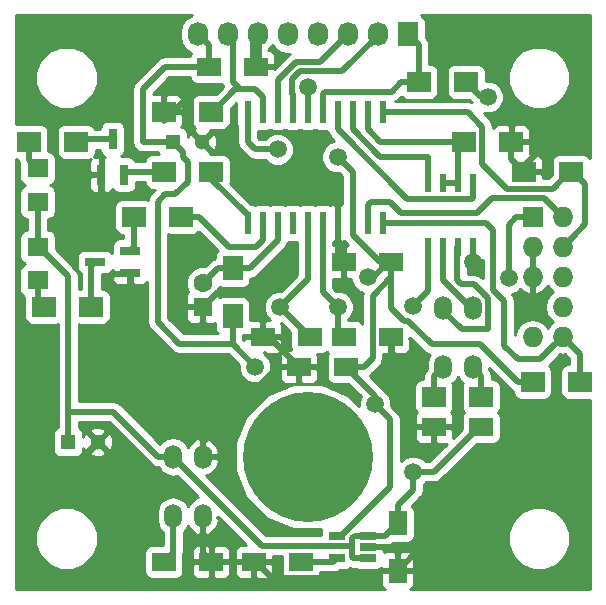
<source format=gbl>
G04 #@! TF.GenerationSoftware,KiCad,Pcbnew,(2017-05-18 revision 2a3a699)-master*
G04 #@! TF.CreationDate,2017-05-23T18:31:29+02:00*
G04 #@! TF.ProjectId,reader,7265616465722E6B696361645F706362,rev?*
G04 #@! TF.FileFunction,Copper,L2,Bot,Signal*
G04 #@! TF.FilePolarity,Positive*
%FSLAX46Y46*%
G04 Gerber Fmt 4.6, Leading zero omitted, Abs format (unit mm)*
G04 Created by KiCad (PCBNEW (2017-05-18 revision 2a3a699)-master) date Tue May 23 18:31:29 2017*
%MOMM*%
%LPD*%
G01*
G04 APERTURE LIST*
%ADD10C,0.385000*%
%ADD11O,1.727200X2.032000*%
%ADD12R,1.727200X2.032000*%
%ADD13C,11.000000*%
%ADD14R,1.727200X1.727200*%
%ADD15O,1.727200X1.727200*%
%ADD16R,1.300000X1.300000*%
%ADD17C,1.300000*%
%ADD18R,1.600000X2.000000*%
%ADD19R,2.000000X1.600000*%
%ADD20R,1.800860X1.597660*%
%ADD21O,1.500000X2.000000*%
%ADD22R,1.600000X1.600000*%
%ADD23C,1.600000*%
%ADD24R,0.800100X1.800860*%
%ADD25R,1.800860X0.800100*%
%ADD26R,2.000000X1.700000*%
%ADD27R,1.700000X2.000000*%
%ADD28R,1.460000X0.650000*%
%ADD29R,0.600000X1.550000*%
%ADD30R,0.600000X1.950000*%
%ADD31C,1.501140*%
%ADD32C,1.500000*%
%ADD33C,0.508000*%
%ADD34C,1.016000*%
%ADD35C,0.254000*%
G04 APERTURE END LIST*
D10*
D11*
X66100000Y-52300000D03*
X68640000Y-52300000D03*
X71180000Y-52300000D03*
X73720000Y-52300000D03*
X76260000Y-52300000D03*
X78800000Y-52300000D03*
X81340000Y-52300000D03*
D12*
X83880000Y-52300000D03*
D13*
X75400000Y-88100000D03*
D14*
X94450000Y-67780000D03*
D15*
X96990000Y-67780000D03*
X94450000Y-70320000D03*
X96990000Y-70320000D03*
X94450000Y-72860000D03*
X96990000Y-72860000D03*
X96990000Y-75400000D03*
X94450000Y-77940000D03*
X96990000Y-77940000D03*
D16*
X63970000Y-61430000D03*
D17*
X66470000Y-61430000D03*
D18*
X83020000Y-97720000D03*
X83020000Y-93720000D03*
D19*
X74860000Y-96990000D03*
X70860000Y-96990000D03*
X90100000Y-85560000D03*
X86100000Y-85560000D03*
X63240000Y-96990000D03*
X67240000Y-96990000D03*
D17*
X57620000Y-86830000D03*
D16*
X55120000Y-86830000D03*
D19*
X74670000Y-80480000D03*
X78670000Y-80480000D03*
X82480000Y-77940000D03*
X78480000Y-77940000D03*
X75590000Y-77940000D03*
X71590000Y-77940000D03*
X78480000Y-71590000D03*
X82480000Y-71590000D03*
X67050000Y-55080000D03*
X71050000Y-55080000D03*
D20*
X52540000Y-66510000D03*
X52540000Y-63670280D03*
X52540000Y-73159720D03*
X52540000Y-70320000D03*
D21*
X64010000Y-93100000D03*
X66510000Y-93100000D03*
X66510000Y-88100000D03*
X64010000Y-88100000D03*
X86870000Y-75480000D03*
X89370000Y-75480000D03*
X89370000Y-80480000D03*
X86870000Y-80480000D03*
D22*
X66510000Y-75400000D03*
D23*
X66510000Y-73400000D03*
D24*
X59840000Y-64201140D03*
X57940000Y-64201140D03*
X58890000Y-61198860D03*
D25*
X57388860Y-71590000D03*
X60391140Y-72540000D03*
X60391140Y-70640000D03*
D26*
X86100000Y-83020000D03*
X90100000Y-83020000D03*
X88830000Y-56350000D03*
X84830000Y-56350000D03*
X88640000Y-61430000D03*
X92640000Y-61430000D03*
X98450000Y-81750000D03*
X94450000Y-81750000D03*
X67240000Y-63970000D03*
X63240000Y-63970000D03*
X97720000Y-63970000D03*
X93720000Y-63970000D03*
X60700000Y-67780000D03*
X64700000Y-67780000D03*
X55810000Y-61430000D03*
X51810000Y-61430000D03*
X53080000Y-75400000D03*
X57080000Y-75400000D03*
X67240000Y-58890000D03*
X63240000Y-58890000D03*
D27*
X69050000Y-72130000D03*
X69050000Y-76130000D03*
D28*
X80510000Y-94770000D03*
X80510000Y-95720000D03*
X80510000Y-96670000D03*
X77910000Y-96670000D03*
X77910000Y-94770000D03*
D29*
X85560000Y-64920000D03*
X86830000Y-64920000D03*
X88100000Y-64920000D03*
X89370000Y-64920000D03*
X89370000Y-70320000D03*
X88100000Y-70320000D03*
X86830000Y-70320000D03*
X85560000Y-70320000D03*
D30*
X81750000Y-68290000D03*
X80480000Y-68290000D03*
X79210000Y-68290000D03*
X77940000Y-68290000D03*
X76670000Y-68290000D03*
X75400000Y-68290000D03*
X74130000Y-68290000D03*
X72860000Y-68290000D03*
X71590000Y-68290000D03*
X70320000Y-68290000D03*
X70320000Y-58890000D03*
X71590000Y-58890000D03*
X72860000Y-58890000D03*
X74130000Y-58890000D03*
X75400000Y-58890000D03*
X76670000Y-58890000D03*
X77940000Y-58890000D03*
X79210000Y-58890000D03*
X80480000Y-58890000D03*
X81750000Y-58890000D03*
D31*
X77940000Y-75400000D03*
X73058120Y-75400000D03*
D32*
X84328810Y-89370000D03*
X84311472Y-75330118D03*
X85560000Y-96355000D03*
X82385000Y-81750000D03*
X89370000Y-71590000D03*
X95720000Y-61430000D03*
X75400000Y-65240000D03*
X60160000Y-74130000D03*
X56350000Y-67780000D03*
X81115000Y-83655000D03*
X70955000Y-80480000D03*
X80480000Y-72898810D03*
X92416963Y-72928397D03*
X90640000Y-57620000D03*
X77940000Y-62700000D03*
X72860000Y-62065000D03*
X75400047Y-56750736D03*
D33*
X64010000Y-88100000D02*
X64010000Y-88140000D01*
X64010000Y-88140000D02*
X71501199Y-95631199D01*
X71501199Y-95631199D02*
X76710357Y-95631199D01*
X76710357Y-95631199D02*
X76732959Y-95653801D01*
X76732959Y-95653801D02*
X79087041Y-95653801D01*
X79087041Y-95653801D02*
X79198801Y-95542041D01*
X79198801Y-95542041D02*
X79198801Y-94975687D01*
X79404488Y-94770000D02*
X80510000Y-94770000D01*
X79198801Y-94975687D02*
X79404488Y-94770000D01*
X84328810Y-90430660D02*
X84328810Y-89370000D01*
X84328810Y-90903190D02*
X84328810Y-90430660D01*
X83020000Y-92212000D02*
X84328810Y-90903190D01*
X85389470Y-89370000D02*
X84328810Y-89370000D01*
X90100000Y-85560000D02*
X89900000Y-85560000D01*
X83020000Y-93720000D02*
X83020000Y-92212000D01*
X89900000Y-85560000D02*
X86090000Y-89370000D01*
X86090000Y-89370000D02*
X85389470Y-89370000D01*
X83020000Y-93720000D02*
X83020000Y-93520000D01*
X80510000Y-94770000D02*
X81970000Y-94770000D01*
X81970000Y-94770000D02*
X83020000Y-93720000D01*
X79198801Y-95542041D02*
X79198801Y-96596801D01*
X79198801Y-96596801D02*
X79272000Y-96670000D01*
X79272000Y-96670000D02*
X80510000Y-96670000D01*
X85560000Y-70320000D02*
X85560000Y-74081590D01*
X85560000Y-74081590D02*
X84311472Y-75330118D01*
X64010000Y-93100000D02*
X64010000Y-96220000D01*
X64010000Y-96220000D02*
X63240000Y-96990000D01*
X55120000Y-84290000D02*
X55120000Y-85672000D01*
X55120000Y-72798400D02*
X55120000Y-84290000D01*
X55120000Y-84290000D02*
X58942000Y-84290000D01*
X58942000Y-84290000D02*
X62752000Y-88100000D01*
X62752000Y-88100000D02*
X64010000Y-88100000D01*
X52540000Y-70320000D02*
X52641600Y-70320000D01*
X52641600Y-70320000D02*
X55120000Y-72798400D01*
X55120000Y-85672000D02*
X55120000Y-86830000D01*
X52540000Y-66510000D02*
X52540000Y-70320000D01*
X74860000Y-96990000D02*
X77590000Y-96990000D01*
X77590000Y-96990000D02*
X77910000Y-96670000D01*
X86100000Y-85560000D02*
X84592000Y-85560000D01*
X84592000Y-85560000D02*
X83655000Y-84623000D01*
X83655000Y-84623000D02*
X83655000Y-80480000D01*
X83655000Y-80480000D02*
X82480000Y-79305000D01*
X85560000Y-96355000D02*
X84385000Y-96355000D01*
X84385000Y-96355000D02*
X83020000Y-97720000D01*
X83655000Y-80480000D02*
X82385000Y-81750000D01*
X82480000Y-79248000D02*
X82480000Y-77940000D01*
X82480000Y-79305000D02*
X82480000Y-79248000D01*
X74670000Y-80480000D02*
X72860000Y-80480000D01*
X72860000Y-80480000D02*
X66510000Y-86830000D01*
X66510000Y-86830000D02*
X66510000Y-88100000D01*
X71590000Y-77940000D02*
X72130000Y-77940000D01*
X72130000Y-77940000D02*
X74670000Y-80480000D01*
X80510000Y-95720000D02*
X82528000Y-95720000D01*
X82528000Y-95720000D02*
X83020000Y-96212000D01*
X83020000Y-96212000D02*
X83020000Y-97720000D01*
X70860000Y-96990000D02*
X67240000Y-96990000D01*
X83020000Y-97720000D02*
X81712000Y-97720000D01*
X81712000Y-97720000D02*
X81083199Y-98348801D01*
X81083199Y-98348801D02*
X72418801Y-98348801D01*
X72418801Y-98348801D02*
X71060000Y-96990000D01*
X71060000Y-96990000D02*
X70860000Y-96990000D01*
D34*
X71050000Y-55080000D02*
X71050000Y-52430000D01*
D33*
X71050000Y-52430000D02*
X71180000Y-52300000D01*
X89370000Y-70320000D02*
X89370000Y-71590000D01*
X67050000Y-87560000D02*
X66510000Y-88100000D01*
X93720000Y-63970000D02*
X93720000Y-63430000D01*
X93720000Y-63430000D02*
X95720000Y-61430000D01*
X92640000Y-61430000D02*
X92640000Y-62890000D01*
X92640000Y-62890000D02*
X93720000Y-63970000D01*
X77940000Y-68290000D02*
X77940000Y-66807000D01*
X77940000Y-66807000D02*
X76373000Y-65240000D01*
X76373000Y-65240000D02*
X75400000Y-65240000D01*
X60391140Y-72540000D02*
X60391140Y-73898860D01*
X60391140Y-73898860D02*
X60160000Y-74130000D01*
X57940000Y-64201140D02*
X57940000Y-66190000D01*
X57940000Y-66190000D02*
X56350000Y-67780000D01*
X63240000Y-59620000D02*
X65240000Y-57620000D01*
X69905842Y-74130000D02*
X67780000Y-74130000D01*
X67780000Y-74130000D02*
X66510000Y-75400000D01*
X71590000Y-77940000D02*
X71590000Y-75814158D01*
X71590000Y-75814158D02*
X69905842Y-74130000D01*
X66510000Y-93100000D02*
X66510000Y-96260000D01*
X66510000Y-96260000D02*
X67240000Y-96990000D01*
X78480000Y-71590000D02*
X77940000Y-71050000D01*
X77940000Y-71050000D02*
X77940000Y-68290000D01*
X63970000Y-61430000D02*
X61430000Y-61430000D01*
X61430000Y-61430000D02*
X61430000Y-56985000D01*
X63335000Y-55080000D02*
X65542000Y-55080000D01*
X61430000Y-56985000D02*
X63335000Y-55080000D01*
X65542000Y-55080000D02*
X67050000Y-55080000D01*
X64825842Y-62700000D02*
X64825842Y-62285842D01*
X64825842Y-62285842D02*
X63970000Y-61430000D01*
X65240000Y-64825842D02*
X65240000Y-63114158D01*
X65240000Y-63114158D02*
X64825842Y-62700000D01*
X63335000Y-65875000D02*
X64190842Y-65875000D01*
X64190842Y-65875000D02*
X65240000Y-64825842D01*
X62700000Y-66510000D02*
X63335000Y-65875000D01*
X62700000Y-76670000D02*
X62700000Y-66510000D01*
X64548000Y-78518000D02*
X62700000Y-76670000D01*
X69050000Y-78518000D02*
X64548000Y-78518000D01*
X94450000Y-81750000D02*
X93180000Y-81750000D01*
X93180000Y-81750000D02*
X90005000Y-78575000D01*
X82480000Y-75527028D02*
X82480000Y-72898000D01*
X90005000Y-78575000D02*
X85920842Y-78575000D01*
X85920842Y-78575000D02*
X83927041Y-76581199D01*
X83927041Y-76581199D02*
X83534171Y-76581199D01*
X83534171Y-76581199D02*
X82480000Y-75527028D01*
X77910000Y-94770000D02*
X78255000Y-94770000D01*
X78255000Y-94770000D02*
X82385000Y-90640000D01*
X82385000Y-90640000D02*
X82385000Y-84925000D01*
X82385000Y-84925000D02*
X81115000Y-83655000D01*
X81115000Y-83655000D02*
X81115000Y-82925000D01*
X81115000Y-82925000D02*
X78670000Y-80480000D01*
X69050000Y-78518000D02*
X69050000Y-78575000D01*
X69050000Y-78575000D02*
X70955000Y-80480000D01*
X82480000Y-72898000D02*
X80921199Y-74456801D01*
X80921199Y-74456801D02*
X80921199Y-79736801D01*
X80921199Y-79736801D02*
X80178000Y-80480000D01*
X80178000Y-80480000D02*
X78670000Y-80480000D01*
X82480000Y-71590000D02*
X82280000Y-71590000D01*
X80971190Y-72898810D02*
X80480000Y-72898810D01*
X82280000Y-71590000D02*
X80971190Y-72898810D01*
X93078400Y-67780000D02*
X92416963Y-68441437D01*
X92416963Y-68441437D02*
X92416963Y-71867737D01*
X94450000Y-67780000D02*
X93078400Y-67780000D01*
X92416963Y-71867737D02*
X92416963Y-72928397D01*
X90640000Y-57620000D02*
X90100000Y-57620000D01*
X90100000Y-57620000D02*
X88830000Y-56350000D01*
X79210000Y-68290000D02*
X79210000Y-63970000D01*
X79210000Y-63970000D02*
X77940000Y-62700000D01*
X82480000Y-72898000D02*
X82480000Y-71590000D01*
X82480000Y-71590000D02*
X81499158Y-71590000D01*
X81499158Y-71590000D02*
X79210000Y-69300842D01*
X79210000Y-69300842D02*
X79210000Y-68290000D01*
X69050000Y-78518000D02*
X69050000Y-77638000D01*
X69050000Y-77638000D02*
X69050000Y-76130000D01*
X67050000Y-55080000D02*
X67050000Y-53250000D01*
X67050000Y-53250000D02*
X66100000Y-52300000D01*
X77940000Y-75400000D02*
X77940000Y-77400000D01*
X77940000Y-77400000D02*
X78480000Y-77940000D01*
X77940000Y-75400000D02*
X76670000Y-74130000D01*
X76670000Y-74130000D02*
X76670000Y-68290000D01*
X73058120Y-75400000D02*
X73058120Y-75408120D01*
X73058120Y-75408120D02*
X75590000Y-77940000D01*
X75400000Y-73058120D02*
X75400000Y-68290000D01*
X73058120Y-75400000D02*
X75400000Y-73058120D01*
X51810000Y-61430000D02*
X51810000Y-62940280D01*
X51810000Y-62940280D02*
X52540000Y-63670280D01*
X52540000Y-73159720D02*
X52540000Y-74860000D01*
X52540000Y-74860000D02*
X53080000Y-75400000D01*
X96990000Y-67780000D02*
X95401611Y-66191611D01*
X95401611Y-66191611D02*
X91043097Y-66191611D01*
X89757519Y-67477189D02*
X83352189Y-67477189D01*
X91043097Y-66191611D02*
X89757519Y-67477189D01*
X83352189Y-67477189D02*
X82385000Y-66510000D01*
X82385000Y-66510000D02*
X80777000Y-66510000D01*
X80777000Y-66510000D02*
X80480000Y-66807000D01*
X80480000Y-66807000D02*
X80480000Y-68290000D01*
X97720000Y-63970000D02*
X97870000Y-63970000D01*
X97870000Y-63970000D02*
X98895000Y-64995000D01*
X98895000Y-64995000D02*
X98895000Y-68415000D01*
X98895000Y-68415000D02*
X97853599Y-69456401D01*
X97853599Y-69456401D02*
X96990000Y-70320000D01*
X97720000Y-63970000D02*
X97570000Y-63970000D01*
X97570000Y-63970000D02*
X96161199Y-65378801D01*
X96161199Y-65378801D02*
X92272959Y-65378801D01*
X92272959Y-65378801D02*
X90198801Y-63304643D01*
X90198801Y-63304643D02*
X90198801Y-60132959D01*
X90198801Y-60132959D02*
X88955842Y-58890000D01*
X88955842Y-58890000D02*
X82558000Y-58890000D01*
X82558000Y-58890000D02*
X81750000Y-58890000D01*
X81750000Y-68290000D02*
X90515000Y-68290000D01*
X95085000Y-79845000D02*
X96126401Y-78803599D01*
X90515000Y-68290000D02*
X91108153Y-68883153D01*
X91108153Y-68883153D02*
X91108153Y-73967729D01*
X92062401Y-78727401D02*
X93180000Y-79845000D01*
X91108153Y-73967729D02*
X92062401Y-74921977D01*
X92062401Y-74921977D02*
X92062401Y-78727401D01*
X93180000Y-79845000D02*
X95085000Y-79845000D01*
X96126401Y-78803599D02*
X96990000Y-77940000D01*
X98450000Y-81750000D02*
X98450000Y-79400000D01*
X98450000Y-79400000D02*
X96990000Y-77940000D01*
X66510000Y-73400000D02*
X67780000Y-72130000D01*
X67780000Y-72130000D02*
X69050000Y-72130000D01*
X69050000Y-72130000D02*
X70503000Y-72130000D01*
X70503000Y-72130000D02*
X72860000Y-69773000D01*
X72860000Y-69773000D02*
X72860000Y-68290000D01*
X67240000Y-58890000D02*
X67390000Y-58890000D01*
X69295000Y-56985000D02*
X69685000Y-56985000D01*
X67390000Y-58890000D02*
X69295000Y-56985000D01*
X71590000Y-58890000D02*
X71590000Y-57620000D01*
X71590000Y-57620000D02*
X70955000Y-56985000D01*
X70955000Y-56985000D02*
X69685000Y-56985000D01*
X69685000Y-56985000D02*
X69050000Y-56350000D01*
X69050000Y-56350000D02*
X69050000Y-52710000D01*
X69050000Y-52710000D02*
X68640000Y-52300000D01*
X70955000Y-62065000D02*
X70320000Y-61430000D01*
X70320000Y-61430000D02*
X70320000Y-58890000D01*
X72860000Y-62065000D02*
X70955000Y-62065000D01*
X75400000Y-58890000D02*
X75400000Y-56750783D01*
X75400000Y-56750783D02*
X75400047Y-56750736D01*
X72860000Y-58890000D02*
X72860000Y-56204269D01*
X72860000Y-56204269D02*
X74435145Y-54629124D01*
X74435145Y-54629124D02*
X76470876Y-54629124D01*
X76470876Y-54629124D02*
X78800000Y-52300000D01*
X81340000Y-52452400D02*
X81340000Y-52300000D01*
X78350466Y-55441934D02*
X81340000Y-52452400D01*
X74091245Y-56122510D02*
X74771821Y-55441934D01*
X74091245Y-57368245D02*
X74091245Y-56122510D01*
X74130000Y-58890000D02*
X74130000Y-57407000D01*
X74771821Y-55441934D02*
X78350466Y-55441934D01*
X74130000Y-57407000D02*
X74091245Y-57368245D01*
X83322000Y-56350000D02*
X84830000Y-56350000D01*
X82509189Y-57162811D02*
X83322000Y-56350000D01*
X76914189Y-57162811D02*
X82509189Y-57162811D01*
X76670000Y-57407000D02*
X76914189Y-57162811D01*
X76670000Y-58890000D02*
X76670000Y-57407000D01*
X84830000Y-56350000D02*
X84830000Y-53250000D01*
X84830000Y-53250000D02*
X83880000Y-52300000D01*
X63240000Y-63970000D02*
X60071140Y-63970000D01*
X60071140Y-63970000D02*
X59840000Y-64201140D01*
X58890000Y-61198860D02*
X56041140Y-61198860D01*
X56041140Y-61198860D02*
X55810000Y-61430000D01*
X57080000Y-75400000D02*
X57080000Y-71898860D01*
X57080000Y-71898860D02*
X57388860Y-71590000D01*
X60700000Y-67780000D02*
X60700000Y-70331140D01*
X60700000Y-70331140D02*
X60391140Y-70640000D01*
X86830000Y-64920000D02*
X88100000Y-64920000D01*
X88100000Y-64920000D02*
X88100000Y-61970000D01*
X88100000Y-61970000D02*
X88640000Y-61430000D01*
X88640000Y-61430000D02*
X81537000Y-61430000D01*
X81537000Y-61430000D02*
X80480000Y-60373000D01*
X80480000Y-60373000D02*
X80480000Y-58890000D01*
X70320000Y-68290000D02*
X70320000Y-67615000D01*
X70320000Y-67615000D02*
X67240000Y-64535000D01*
X67240000Y-64535000D02*
X67240000Y-63970000D01*
X71590000Y-68290000D02*
X71590000Y-69773000D01*
X71590000Y-69773000D02*
X71043000Y-70320000D01*
X71043000Y-70320000D02*
X68748000Y-70320000D01*
X68748000Y-70320000D02*
X66208000Y-67780000D01*
X66208000Y-67780000D02*
X64700000Y-67780000D01*
X85560000Y-62700000D02*
X85560000Y-64920000D01*
X81537000Y-62700000D02*
X85560000Y-62700000D01*
X79210000Y-58890000D02*
X79210000Y-60373000D01*
X79210000Y-60373000D02*
X81537000Y-62700000D01*
X77940000Y-58890000D02*
X77940000Y-60373000D01*
X77940000Y-60373000D02*
X83820801Y-66253801D01*
X83820801Y-66253801D02*
X89319199Y-66253801D01*
X89319199Y-66253801D02*
X89370000Y-66203000D01*
X89370000Y-66203000D02*
X89370000Y-64920000D01*
X88100000Y-70320000D02*
X88061198Y-70358802D01*
X88061198Y-70358802D02*
X88061198Y-73154514D01*
X90678810Y-77305000D02*
X88445000Y-77305000D01*
X88061198Y-73154514D02*
X88401684Y-73495000D01*
X88401684Y-73495000D02*
X89485936Y-73495000D01*
X89485936Y-73495000D02*
X90678810Y-74687874D01*
X90678810Y-74687874D02*
X90678810Y-77305000D01*
X88445000Y-77305000D02*
X86870000Y-75730000D01*
X86870000Y-75730000D02*
X86870000Y-75480000D01*
X86100000Y-83020000D02*
X86100000Y-81250000D01*
X86100000Y-81250000D02*
X86870000Y-80480000D01*
X89204405Y-75480000D02*
X89370000Y-75480000D01*
X86830000Y-73105595D02*
X89204405Y-75480000D01*
X86830000Y-70320000D02*
X86830000Y-73105595D01*
X90100000Y-83020000D02*
X90100000Y-81210000D01*
X90100000Y-81210000D02*
X89370000Y-80480000D01*
D35*
G36*
X50810000Y-62927440D02*
X50921000Y-62927440D01*
X50921000Y-62940280D01*
X50988671Y-63280486D01*
X50992130Y-63285663D01*
X50992130Y-64469110D01*
X51041413Y-64716875D01*
X51181761Y-64926919D01*
X51391805Y-65067267D01*
X51506797Y-65090140D01*
X51391805Y-65113013D01*
X51181761Y-65253361D01*
X51041413Y-65463405D01*
X50992130Y-65711170D01*
X50992130Y-67308830D01*
X51041413Y-67556595D01*
X51181761Y-67766639D01*
X51391805Y-67906987D01*
X51639570Y-67956270D01*
X51651000Y-67956270D01*
X51651000Y-68873730D01*
X51639570Y-68873730D01*
X51391805Y-68923013D01*
X51181761Y-69063361D01*
X51041413Y-69273405D01*
X50992130Y-69521170D01*
X50992130Y-71118830D01*
X51041413Y-71366595D01*
X51181761Y-71576639D01*
X51391805Y-71716987D01*
X51506797Y-71739860D01*
X51391805Y-71762733D01*
X51181761Y-71903081D01*
X51041413Y-72113125D01*
X50992130Y-72360890D01*
X50992130Y-73958550D01*
X51041413Y-74206315D01*
X51181761Y-74416359D01*
X51391805Y-74556707D01*
X51432560Y-74564814D01*
X51432560Y-76250000D01*
X51481843Y-76497765D01*
X51622191Y-76707809D01*
X51832235Y-76848157D01*
X52080000Y-76897440D01*
X54080000Y-76897440D01*
X54231000Y-76867405D01*
X54231000Y-85580100D01*
X54222235Y-85581843D01*
X54012191Y-85722191D01*
X53871843Y-85932235D01*
X53822560Y-86180000D01*
X53822560Y-87480000D01*
X53871843Y-87727765D01*
X54012191Y-87937809D01*
X54222235Y-88078157D01*
X54470000Y-88127440D01*
X55770000Y-88127440D01*
X56017765Y-88078157D01*
X56227809Y-87937809D01*
X56367321Y-87729016D01*
X56900590Y-87729016D01*
X56956271Y-87959611D01*
X57439078Y-88127622D01*
X57949428Y-88098083D01*
X58283729Y-87959611D01*
X58339410Y-87729016D01*
X57620000Y-87009605D01*
X56900590Y-87729016D01*
X56367321Y-87729016D01*
X56368157Y-87727765D01*
X56417440Y-87480000D01*
X56417440Y-87317615D01*
X56490389Y-87493729D01*
X56720984Y-87549410D01*
X57440395Y-86830000D01*
X57799605Y-86830000D01*
X58519016Y-87549410D01*
X58749611Y-87493729D01*
X58917622Y-87010922D01*
X58888083Y-86500572D01*
X58749611Y-86166271D01*
X58519016Y-86110590D01*
X57799605Y-86830000D01*
X57440395Y-86830000D01*
X56720984Y-86110590D01*
X56490389Y-86166271D01*
X56417440Y-86375902D01*
X56417440Y-86180000D01*
X56368157Y-85932235D01*
X56367322Y-85930984D01*
X56900590Y-85930984D01*
X57620000Y-86650395D01*
X58339410Y-85930984D01*
X58283729Y-85700389D01*
X57800922Y-85532378D01*
X57290572Y-85561917D01*
X56956271Y-85700389D01*
X56900590Y-85930984D01*
X56367322Y-85930984D01*
X56227809Y-85722191D01*
X56017765Y-85581843D01*
X56009000Y-85580100D01*
X56009000Y-85179000D01*
X58573764Y-85179000D01*
X62123382Y-88728618D01*
X62411795Y-88921330D01*
X62752000Y-88989000D01*
X62781844Y-88989000D01*
X63030657Y-89361375D01*
X63479983Y-89661605D01*
X64010000Y-89767032D01*
X64318443Y-89705679D01*
X66127921Y-91515157D01*
X66065765Y-91526519D01*
X65593106Y-91797264D01*
X65260036Y-92228279D01*
X65257049Y-92239276D01*
X64989343Y-91838625D01*
X64540017Y-91538395D01*
X64010000Y-91432968D01*
X63479983Y-91538395D01*
X63030657Y-91838625D01*
X62730427Y-92287951D01*
X62625000Y-92817968D01*
X62625000Y-93382032D01*
X62730427Y-93912049D01*
X63030657Y-94361375D01*
X63121000Y-94421740D01*
X63121000Y-95542560D01*
X62240000Y-95542560D01*
X61992235Y-95591843D01*
X61782191Y-95732191D01*
X61641843Y-95942235D01*
X61592560Y-96190000D01*
X61592560Y-97790000D01*
X61641843Y-98037765D01*
X61782191Y-98247809D01*
X61992235Y-98388157D01*
X62240000Y-98437440D01*
X64240000Y-98437440D01*
X64487765Y-98388157D01*
X64697809Y-98247809D01*
X64838157Y-98037765D01*
X64887440Y-97790000D01*
X64887440Y-97275750D01*
X65605000Y-97275750D01*
X65605000Y-97916310D01*
X65701673Y-98149699D01*
X65880302Y-98328327D01*
X66113691Y-98425000D01*
X66954250Y-98425000D01*
X67113000Y-98266250D01*
X67113000Y-97117000D01*
X67367000Y-97117000D01*
X67367000Y-98266250D01*
X67525750Y-98425000D01*
X68366309Y-98425000D01*
X68599698Y-98328327D01*
X68778327Y-98149699D01*
X68875000Y-97916310D01*
X68875000Y-97275750D01*
X69225000Y-97275750D01*
X69225000Y-97916310D01*
X69321673Y-98149699D01*
X69500302Y-98328327D01*
X69733691Y-98425000D01*
X70574250Y-98425000D01*
X70733000Y-98266250D01*
X70733000Y-97117000D01*
X70987000Y-97117000D01*
X70987000Y-98266250D01*
X71145750Y-98425000D01*
X71986309Y-98425000D01*
X72219698Y-98328327D01*
X72398327Y-98149699D01*
X72495000Y-97916310D01*
X72495000Y-97275750D01*
X72336250Y-97117000D01*
X70987000Y-97117000D01*
X70733000Y-97117000D01*
X69383750Y-97117000D01*
X69225000Y-97275750D01*
X68875000Y-97275750D01*
X68716250Y-97117000D01*
X67367000Y-97117000D01*
X67113000Y-97117000D01*
X65763750Y-97117000D01*
X65605000Y-97275750D01*
X64887440Y-97275750D01*
X64887440Y-96278116D01*
X64899000Y-96220000D01*
X64899000Y-96063690D01*
X65605000Y-96063690D01*
X65605000Y-96704250D01*
X65763750Y-96863000D01*
X67113000Y-96863000D01*
X67113000Y-95713750D01*
X67367000Y-95713750D01*
X67367000Y-96863000D01*
X68716250Y-96863000D01*
X68875000Y-96704250D01*
X68875000Y-96063690D01*
X68778327Y-95830301D01*
X68599698Y-95651673D01*
X68366309Y-95555000D01*
X67525750Y-95555000D01*
X67367000Y-95713750D01*
X67113000Y-95713750D01*
X66954250Y-95555000D01*
X66113691Y-95555000D01*
X65880302Y-95651673D01*
X65701673Y-95830301D01*
X65605000Y-96063690D01*
X64899000Y-96063690D01*
X64899000Y-94421740D01*
X64989343Y-94361375D01*
X65257049Y-93960724D01*
X65260036Y-93971721D01*
X65593106Y-94402736D01*
X66065765Y-94673481D01*
X66168815Y-94692318D01*
X66383000Y-94569656D01*
X66383000Y-93227000D01*
X66363000Y-93227000D01*
X66363000Y-92973000D01*
X66383000Y-92973000D01*
X66383000Y-92953000D01*
X66637000Y-92953000D01*
X66637000Y-92973000D01*
X66657000Y-92973000D01*
X66657000Y-93227000D01*
X66637000Y-93227000D01*
X66637000Y-94569656D01*
X66851185Y-94692318D01*
X66954235Y-94673481D01*
X67426894Y-94402736D01*
X67759964Y-93971721D01*
X67902739Y-93446055D01*
X67741869Y-93227002D01*
X67839766Y-93227002D01*
X70167764Y-95555000D01*
X69733691Y-95555000D01*
X69500302Y-95651673D01*
X69321673Y-95830301D01*
X69225000Y-96063690D01*
X69225000Y-96704250D01*
X69383750Y-96863000D01*
X70733000Y-96863000D01*
X70733000Y-96843000D01*
X70987000Y-96843000D01*
X70987000Y-96863000D01*
X72336250Y-96863000D01*
X72495000Y-96704250D01*
X72495000Y-96520199D01*
X73212560Y-96520199D01*
X73212560Y-97790000D01*
X73261843Y-98037765D01*
X73402191Y-98247809D01*
X73612235Y-98388157D01*
X73860000Y-98437440D01*
X75860000Y-98437440D01*
X76107765Y-98388157D01*
X76317809Y-98247809D01*
X76458157Y-98037765D01*
X76489737Y-97879000D01*
X77590000Y-97879000D01*
X77930206Y-97811329D01*
X78182966Y-97642440D01*
X78640000Y-97642440D01*
X78887765Y-97593157D01*
X79015301Y-97507940D01*
X79272000Y-97559000D01*
X79481116Y-97559000D01*
X79532235Y-97593157D01*
X79780000Y-97642440D01*
X81240000Y-97642440D01*
X81487765Y-97593157D01*
X81641310Y-97490560D01*
X81743750Y-97593000D01*
X82893000Y-97593000D01*
X82893000Y-96243750D01*
X83147000Y-96243750D01*
X83147000Y-97593000D01*
X84296250Y-97593000D01*
X84455000Y-97434250D01*
X84455000Y-96593691D01*
X84358327Y-96360302D01*
X84179699Y-96181673D01*
X83946310Y-96085000D01*
X83305750Y-96085000D01*
X83147000Y-96243750D01*
X82893000Y-96243750D01*
X82734250Y-96085000D01*
X82093690Y-96085000D01*
X81872863Y-96176470D01*
X81875000Y-96171310D01*
X81875000Y-96005750D01*
X81716250Y-95847000D01*
X81637659Y-95847000D01*
X81487765Y-95746843D01*
X81352815Y-95720000D01*
X81487765Y-95693157D01*
X81538884Y-95659000D01*
X81970000Y-95659000D01*
X82310206Y-95591329D01*
X82414212Y-95521834D01*
X92364543Y-95521834D01*
X92764853Y-96490658D01*
X93505443Y-97232542D01*
X94473567Y-97634542D01*
X95521834Y-97635457D01*
X96490658Y-97235147D01*
X97232542Y-96494557D01*
X97634542Y-95526433D01*
X97635457Y-94478166D01*
X97235147Y-93509342D01*
X96494557Y-92767458D01*
X95526433Y-92365458D01*
X94478166Y-92364543D01*
X93509342Y-92764853D01*
X92767458Y-93505443D01*
X92365458Y-94473567D01*
X92364543Y-95521834D01*
X82414212Y-95521834D01*
X82598618Y-95398618D01*
X82629796Y-95367440D01*
X83820000Y-95367440D01*
X84067765Y-95318157D01*
X84277809Y-95177809D01*
X84418157Y-94967765D01*
X84467440Y-94720000D01*
X84467440Y-92720000D01*
X84418157Y-92472235D01*
X84277809Y-92262191D01*
X84247378Y-92241858D01*
X84957428Y-91531808D01*
X84973548Y-91507682D01*
X85150139Y-91243396D01*
X85217810Y-90903190D01*
X85217810Y-90439530D01*
X85398655Y-90259000D01*
X86090000Y-90259000D01*
X86430206Y-90191329D01*
X86718618Y-89998618D01*
X89709796Y-87007440D01*
X91100000Y-87007440D01*
X91347765Y-86958157D01*
X91557809Y-86817809D01*
X91698157Y-86607765D01*
X91747440Y-86360000D01*
X91747440Y-84760000D01*
X91698157Y-84512235D01*
X91566368Y-84315000D01*
X91698157Y-84117765D01*
X91747440Y-83870000D01*
X91747440Y-82170000D01*
X91698157Y-81922235D01*
X91557809Y-81712191D01*
X91347765Y-81571843D01*
X91100000Y-81522560D01*
X90989000Y-81522560D01*
X90989000Y-81210000D01*
X90921329Y-80869794D01*
X90755000Y-80620865D01*
X90755000Y-80582236D01*
X92551382Y-82378618D01*
X92802560Y-82546450D01*
X92802560Y-82600000D01*
X92851843Y-82847765D01*
X92992191Y-83057809D01*
X93202235Y-83198157D01*
X93450000Y-83247440D01*
X95450000Y-83247440D01*
X95697765Y-83198157D01*
X95907809Y-83057809D01*
X96048157Y-82847765D01*
X96097440Y-82600000D01*
X96097440Y-80900000D01*
X96048157Y-80652235D01*
X95907809Y-80442191D01*
X95810239Y-80376997D01*
X96783810Y-79403426D01*
X96960641Y-79438600D01*
X97019359Y-79438600D01*
X97196190Y-79403426D01*
X97561000Y-79768236D01*
X97561000Y-80252560D01*
X97450000Y-80252560D01*
X97202235Y-80301843D01*
X96992191Y-80442191D01*
X96851843Y-80652235D01*
X96802560Y-80900000D01*
X96802560Y-82600000D01*
X96851843Y-82847765D01*
X96992191Y-83057809D01*
X97202235Y-83198157D01*
X97450000Y-83247440D01*
X99290000Y-83247440D01*
X99290000Y-99290000D01*
X84103234Y-99290000D01*
X84179699Y-99258327D01*
X84358327Y-99079698D01*
X84455000Y-98846309D01*
X84455000Y-98005750D01*
X84296250Y-97847000D01*
X83147000Y-97847000D01*
X83147000Y-97867000D01*
X82893000Y-97867000D01*
X82893000Y-97847000D01*
X81743750Y-97847000D01*
X81585000Y-98005750D01*
X81585000Y-98846309D01*
X81681673Y-99079698D01*
X81860301Y-99258327D01*
X81936766Y-99290000D01*
X50710000Y-99290000D01*
X50710000Y-95521834D01*
X52364543Y-95521834D01*
X52764853Y-96490658D01*
X53505443Y-97232542D01*
X54473567Y-97634542D01*
X55521834Y-97635457D01*
X56490658Y-97235147D01*
X57232542Y-96494557D01*
X57634542Y-95526433D01*
X57635457Y-94478166D01*
X57235147Y-93509342D01*
X56494557Y-92767458D01*
X55526433Y-92365458D01*
X54478166Y-92364543D01*
X53509342Y-92764853D01*
X52767458Y-93505443D01*
X52365458Y-94473567D01*
X52364543Y-95521834D01*
X50710000Y-95521834D01*
X50710000Y-62907549D01*
X50810000Y-62927440D01*
X50810000Y-62927440D01*
G37*
X50810000Y-62927440D02*
X50921000Y-62927440D01*
X50921000Y-62940280D01*
X50988671Y-63280486D01*
X50992130Y-63285663D01*
X50992130Y-64469110D01*
X51041413Y-64716875D01*
X51181761Y-64926919D01*
X51391805Y-65067267D01*
X51506797Y-65090140D01*
X51391805Y-65113013D01*
X51181761Y-65253361D01*
X51041413Y-65463405D01*
X50992130Y-65711170D01*
X50992130Y-67308830D01*
X51041413Y-67556595D01*
X51181761Y-67766639D01*
X51391805Y-67906987D01*
X51639570Y-67956270D01*
X51651000Y-67956270D01*
X51651000Y-68873730D01*
X51639570Y-68873730D01*
X51391805Y-68923013D01*
X51181761Y-69063361D01*
X51041413Y-69273405D01*
X50992130Y-69521170D01*
X50992130Y-71118830D01*
X51041413Y-71366595D01*
X51181761Y-71576639D01*
X51391805Y-71716987D01*
X51506797Y-71739860D01*
X51391805Y-71762733D01*
X51181761Y-71903081D01*
X51041413Y-72113125D01*
X50992130Y-72360890D01*
X50992130Y-73958550D01*
X51041413Y-74206315D01*
X51181761Y-74416359D01*
X51391805Y-74556707D01*
X51432560Y-74564814D01*
X51432560Y-76250000D01*
X51481843Y-76497765D01*
X51622191Y-76707809D01*
X51832235Y-76848157D01*
X52080000Y-76897440D01*
X54080000Y-76897440D01*
X54231000Y-76867405D01*
X54231000Y-85580100D01*
X54222235Y-85581843D01*
X54012191Y-85722191D01*
X53871843Y-85932235D01*
X53822560Y-86180000D01*
X53822560Y-87480000D01*
X53871843Y-87727765D01*
X54012191Y-87937809D01*
X54222235Y-88078157D01*
X54470000Y-88127440D01*
X55770000Y-88127440D01*
X56017765Y-88078157D01*
X56227809Y-87937809D01*
X56367321Y-87729016D01*
X56900590Y-87729016D01*
X56956271Y-87959611D01*
X57439078Y-88127622D01*
X57949428Y-88098083D01*
X58283729Y-87959611D01*
X58339410Y-87729016D01*
X57620000Y-87009605D01*
X56900590Y-87729016D01*
X56367321Y-87729016D01*
X56368157Y-87727765D01*
X56417440Y-87480000D01*
X56417440Y-87317615D01*
X56490389Y-87493729D01*
X56720984Y-87549410D01*
X57440395Y-86830000D01*
X57799605Y-86830000D01*
X58519016Y-87549410D01*
X58749611Y-87493729D01*
X58917622Y-87010922D01*
X58888083Y-86500572D01*
X58749611Y-86166271D01*
X58519016Y-86110590D01*
X57799605Y-86830000D01*
X57440395Y-86830000D01*
X56720984Y-86110590D01*
X56490389Y-86166271D01*
X56417440Y-86375902D01*
X56417440Y-86180000D01*
X56368157Y-85932235D01*
X56367322Y-85930984D01*
X56900590Y-85930984D01*
X57620000Y-86650395D01*
X58339410Y-85930984D01*
X58283729Y-85700389D01*
X57800922Y-85532378D01*
X57290572Y-85561917D01*
X56956271Y-85700389D01*
X56900590Y-85930984D01*
X56367322Y-85930984D01*
X56227809Y-85722191D01*
X56017765Y-85581843D01*
X56009000Y-85580100D01*
X56009000Y-85179000D01*
X58573764Y-85179000D01*
X62123382Y-88728618D01*
X62411795Y-88921330D01*
X62752000Y-88989000D01*
X62781844Y-88989000D01*
X63030657Y-89361375D01*
X63479983Y-89661605D01*
X64010000Y-89767032D01*
X64318443Y-89705679D01*
X66127921Y-91515157D01*
X66065765Y-91526519D01*
X65593106Y-91797264D01*
X65260036Y-92228279D01*
X65257049Y-92239276D01*
X64989343Y-91838625D01*
X64540017Y-91538395D01*
X64010000Y-91432968D01*
X63479983Y-91538395D01*
X63030657Y-91838625D01*
X62730427Y-92287951D01*
X62625000Y-92817968D01*
X62625000Y-93382032D01*
X62730427Y-93912049D01*
X63030657Y-94361375D01*
X63121000Y-94421740D01*
X63121000Y-95542560D01*
X62240000Y-95542560D01*
X61992235Y-95591843D01*
X61782191Y-95732191D01*
X61641843Y-95942235D01*
X61592560Y-96190000D01*
X61592560Y-97790000D01*
X61641843Y-98037765D01*
X61782191Y-98247809D01*
X61992235Y-98388157D01*
X62240000Y-98437440D01*
X64240000Y-98437440D01*
X64487765Y-98388157D01*
X64697809Y-98247809D01*
X64838157Y-98037765D01*
X64887440Y-97790000D01*
X64887440Y-97275750D01*
X65605000Y-97275750D01*
X65605000Y-97916310D01*
X65701673Y-98149699D01*
X65880302Y-98328327D01*
X66113691Y-98425000D01*
X66954250Y-98425000D01*
X67113000Y-98266250D01*
X67113000Y-97117000D01*
X67367000Y-97117000D01*
X67367000Y-98266250D01*
X67525750Y-98425000D01*
X68366309Y-98425000D01*
X68599698Y-98328327D01*
X68778327Y-98149699D01*
X68875000Y-97916310D01*
X68875000Y-97275750D01*
X69225000Y-97275750D01*
X69225000Y-97916310D01*
X69321673Y-98149699D01*
X69500302Y-98328327D01*
X69733691Y-98425000D01*
X70574250Y-98425000D01*
X70733000Y-98266250D01*
X70733000Y-97117000D01*
X70987000Y-97117000D01*
X70987000Y-98266250D01*
X71145750Y-98425000D01*
X71986309Y-98425000D01*
X72219698Y-98328327D01*
X72398327Y-98149699D01*
X72495000Y-97916310D01*
X72495000Y-97275750D01*
X72336250Y-97117000D01*
X70987000Y-97117000D01*
X70733000Y-97117000D01*
X69383750Y-97117000D01*
X69225000Y-97275750D01*
X68875000Y-97275750D01*
X68716250Y-97117000D01*
X67367000Y-97117000D01*
X67113000Y-97117000D01*
X65763750Y-97117000D01*
X65605000Y-97275750D01*
X64887440Y-97275750D01*
X64887440Y-96278116D01*
X64899000Y-96220000D01*
X64899000Y-96063690D01*
X65605000Y-96063690D01*
X65605000Y-96704250D01*
X65763750Y-96863000D01*
X67113000Y-96863000D01*
X67113000Y-95713750D01*
X67367000Y-95713750D01*
X67367000Y-96863000D01*
X68716250Y-96863000D01*
X68875000Y-96704250D01*
X68875000Y-96063690D01*
X68778327Y-95830301D01*
X68599698Y-95651673D01*
X68366309Y-95555000D01*
X67525750Y-95555000D01*
X67367000Y-95713750D01*
X67113000Y-95713750D01*
X66954250Y-95555000D01*
X66113691Y-95555000D01*
X65880302Y-95651673D01*
X65701673Y-95830301D01*
X65605000Y-96063690D01*
X64899000Y-96063690D01*
X64899000Y-94421740D01*
X64989343Y-94361375D01*
X65257049Y-93960724D01*
X65260036Y-93971721D01*
X65593106Y-94402736D01*
X66065765Y-94673481D01*
X66168815Y-94692318D01*
X66383000Y-94569656D01*
X66383000Y-93227000D01*
X66363000Y-93227000D01*
X66363000Y-92973000D01*
X66383000Y-92973000D01*
X66383000Y-92953000D01*
X66637000Y-92953000D01*
X66637000Y-92973000D01*
X66657000Y-92973000D01*
X66657000Y-93227000D01*
X66637000Y-93227000D01*
X66637000Y-94569656D01*
X66851185Y-94692318D01*
X66954235Y-94673481D01*
X67426894Y-94402736D01*
X67759964Y-93971721D01*
X67902739Y-93446055D01*
X67741869Y-93227002D01*
X67839766Y-93227002D01*
X70167764Y-95555000D01*
X69733691Y-95555000D01*
X69500302Y-95651673D01*
X69321673Y-95830301D01*
X69225000Y-96063690D01*
X69225000Y-96704250D01*
X69383750Y-96863000D01*
X70733000Y-96863000D01*
X70733000Y-96843000D01*
X70987000Y-96843000D01*
X70987000Y-96863000D01*
X72336250Y-96863000D01*
X72495000Y-96704250D01*
X72495000Y-96520199D01*
X73212560Y-96520199D01*
X73212560Y-97790000D01*
X73261843Y-98037765D01*
X73402191Y-98247809D01*
X73612235Y-98388157D01*
X73860000Y-98437440D01*
X75860000Y-98437440D01*
X76107765Y-98388157D01*
X76317809Y-98247809D01*
X76458157Y-98037765D01*
X76489737Y-97879000D01*
X77590000Y-97879000D01*
X77930206Y-97811329D01*
X78182966Y-97642440D01*
X78640000Y-97642440D01*
X78887765Y-97593157D01*
X79015301Y-97507940D01*
X79272000Y-97559000D01*
X79481116Y-97559000D01*
X79532235Y-97593157D01*
X79780000Y-97642440D01*
X81240000Y-97642440D01*
X81487765Y-97593157D01*
X81641310Y-97490560D01*
X81743750Y-97593000D01*
X82893000Y-97593000D01*
X82893000Y-96243750D01*
X83147000Y-96243750D01*
X83147000Y-97593000D01*
X84296250Y-97593000D01*
X84455000Y-97434250D01*
X84455000Y-96593691D01*
X84358327Y-96360302D01*
X84179699Y-96181673D01*
X83946310Y-96085000D01*
X83305750Y-96085000D01*
X83147000Y-96243750D01*
X82893000Y-96243750D01*
X82734250Y-96085000D01*
X82093690Y-96085000D01*
X81872863Y-96176470D01*
X81875000Y-96171310D01*
X81875000Y-96005750D01*
X81716250Y-95847000D01*
X81637659Y-95847000D01*
X81487765Y-95746843D01*
X81352815Y-95720000D01*
X81487765Y-95693157D01*
X81538884Y-95659000D01*
X81970000Y-95659000D01*
X82310206Y-95591329D01*
X82414212Y-95521834D01*
X92364543Y-95521834D01*
X92764853Y-96490658D01*
X93505443Y-97232542D01*
X94473567Y-97634542D01*
X95521834Y-97635457D01*
X96490658Y-97235147D01*
X97232542Y-96494557D01*
X97634542Y-95526433D01*
X97635457Y-94478166D01*
X97235147Y-93509342D01*
X96494557Y-92767458D01*
X95526433Y-92365458D01*
X94478166Y-92364543D01*
X93509342Y-92764853D01*
X92767458Y-93505443D01*
X92365458Y-94473567D01*
X92364543Y-95521834D01*
X82414212Y-95521834D01*
X82598618Y-95398618D01*
X82629796Y-95367440D01*
X83820000Y-95367440D01*
X84067765Y-95318157D01*
X84277809Y-95177809D01*
X84418157Y-94967765D01*
X84467440Y-94720000D01*
X84467440Y-92720000D01*
X84418157Y-92472235D01*
X84277809Y-92262191D01*
X84247378Y-92241858D01*
X84957428Y-91531808D01*
X84973548Y-91507682D01*
X85150139Y-91243396D01*
X85217810Y-90903190D01*
X85217810Y-90439530D01*
X85398655Y-90259000D01*
X86090000Y-90259000D01*
X86430206Y-90191329D01*
X86718618Y-89998618D01*
X89709796Y-87007440D01*
X91100000Y-87007440D01*
X91347765Y-86958157D01*
X91557809Y-86817809D01*
X91698157Y-86607765D01*
X91747440Y-86360000D01*
X91747440Y-84760000D01*
X91698157Y-84512235D01*
X91566368Y-84315000D01*
X91698157Y-84117765D01*
X91747440Y-83870000D01*
X91747440Y-82170000D01*
X91698157Y-81922235D01*
X91557809Y-81712191D01*
X91347765Y-81571843D01*
X91100000Y-81522560D01*
X90989000Y-81522560D01*
X90989000Y-81210000D01*
X90921329Y-80869794D01*
X90755000Y-80620865D01*
X90755000Y-80582236D01*
X92551382Y-82378618D01*
X92802560Y-82546450D01*
X92802560Y-82600000D01*
X92851843Y-82847765D01*
X92992191Y-83057809D01*
X93202235Y-83198157D01*
X93450000Y-83247440D01*
X95450000Y-83247440D01*
X95697765Y-83198157D01*
X95907809Y-83057809D01*
X96048157Y-82847765D01*
X96097440Y-82600000D01*
X96097440Y-80900000D01*
X96048157Y-80652235D01*
X95907809Y-80442191D01*
X95810239Y-80376997D01*
X96783810Y-79403426D01*
X96960641Y-79438600D01*
X97019359Y-79438600D01*
X97196190Y-79403426D01*
X97561000Y-79768236D01*
X97561000Y-80252560D01*
X97450000Y-80252560D01*
X97202235Y-80301843D01*
X96992191Y-80442191D01*
X96851843Y-80652235D01*
X96802560Y-80900000D01*
X96802560Y-82600000D01*
X96851843Y-82847765D01*
X96992191Y-83057809D01*
X97202235Y-83198157D01*
X97450000Y-83247440D01*
X99290000Y-83247440D01*
X99290000Y-99290000D01*
X84103234Y-99290000D01*
X84179699Y-99258327D01*
X84358327Y-99079698D01*
X84455000Y-98846309D01*
X84455000Y-98005750D01*
X84296250Y-97847000D01*
X83147000Y-97847000D01*
X83147000Y-97867000D01*
X82893000Y-97867000D01*
X82893000Y-97847000D01*
X81743750Y-97847000D01*
X81585000Y-98005750D01*
X81585000Y-98846309D01*
X81681673Y-99079698D01*
X81860301Y-99258327D01*
X81936766Y-99290000D01*
X50710000Y-99290000D01*
X50710000Y-95521834D01*
X52364543Y-95521834D01*
X52764853Y-96490658D01*
X53505443Y-97232542D01*
X54473567Y-97634542D01*
X55521834Y-97635457D01*
X56490658Y-97235147D01*
X57232542Y-96494557D01*
X57634542Y-95526433D01*
X57635457Y-94478166D01*
X57235147Y-93509342D01*
X56494557Y-92767458D01*
X55526433Y-92365458D01*
X54478166Y-92364543D01*
X53509342Y-92764853D01*
X52767458Y-93505443D01*
X52365458Y-94473567D01*
X52364543Y-95521834D01*
X50710000Y-95521834D01*
X50710000Y-62907549D01*
X50810000Y-62927440D01*
G36*
X73830000Y-69912440D02*
X74430000Y-69912440D01*
X74511000Y-69896328D01*
X74511000Y-72689884D01*
X73186343Y-74014541D01*
X72783722Y-74014190D01*
X72274283Y-74224686D01*
X71884176Y-74614113D01*
X71672791Y-75123184D01*
X71672310Y-75674398D01*
X71882806Y-76183837D01*
X72203409Y-76505000D01*
X71875750Y-76505000D01*
X71717000Y-76663750D01*
X71717000Y-77813000D01*
X73066250Y-77813000D01*
X73225000Y-77654250D01*
X73225000Y-77013690D01*
X73130536Y-76785634D01*
X73178440Y-76785676D01*
X73942560Y-77549796D01*
X73942560Y-78740000D01*
X73991843Y-78987765D01*
X74030087Y-79045000D01*
X73543691Y-79045000D01*
X73310302Y-79141673D01*
X73131673Y-79320301D01*
X73035000Y-79553690D01*
X73035000Y-80194250D01*
X73193750Y-80353000D01*
X74543000Y-80353000D01*
X74543000Y-80333000D01*
X74797000Y-80333000D01*
X74797000Y-80353000D01*
X76146250Y-80353000D01*
X76305000Y-80194250D01*
X76305000Y-79553690D01*
X76236137Y-79387440D01*
X76590000Y-79387440D01*
X76837765Y-79338157D01*
X77035000Y-79206368D01*
X77164808Y-79293104D01*
X77071843Y-79432235D01*
X77022560Y-79680000D01*
X77022560Y-81280000D01*
X77071843Y-81527765D01*
X77212191Y-81737809D01*
X77422235Y-81878157D01*
X77670000Y-81927440D01*
X78860204Y-81927440D01*
X79900656Y-82967892D01*
X79730241Y-83378298D01*
X79729913Y-83753695D01*
X78879736Y-82902033D01*
X76625681Y-81966067D01*
X74185027Y-81963937D01*
X71929342Y-82895967D01*
X70202033Y-84620264D01*
X69266067Y-86874319D01*
X69263937Y-89314973D01*
X70195967Y-91570658D01*
X71920264Y-93297967D01*
X74174319Y-94233933D01*
X76574127Y-94236027D01*
X76532560Y-94445000D01*
X76532560Y-94742199D01*
X71869435Y-94742199D01*
X66777161Y-89649925D01*
X66851185Y-89692318D01*
X66954235Y-89673481D01*
X67426894Y-89402736D01*
X67759964Y-88971721D01*
X67902739Y-88446055D01*
X67741868Y-88227000D01*
X66637000Y-88227000D01*
X66637000Y-88247000D01*
X66383000Y-88247000D01*
X66383000Y-88227000D01*
X66363000Y-88227000D01*
X66363000Y-87973000D01*
X66383000Y-87973000D01*
X66383000Y-86630344D01*
X66637000Y-86630344D01*
X66637000Y-87973000D01*
X67741868Y-87973000D01*
X67902739Y-87753945D01*
X67759964Y-87228279D01*
X67426894Y-86797264D01*
X66954235Y-86526519D01*
X66851185Y-86507682D01*
X66637000Y-86630344D01*
X66383000Y-86630344D01*
X66168815Y-86507682D01*
X66065765Y-86526519D01*
X65593106Y-86797264D01*
X65260036Y-87228279D01*
X65257049Y-87239276D01*
X64989343Y-86838625D01*
X64540017Y-86538395D01*
X64010000Y-86432968D01*
X63479983Y-86538395D01*
X63030657Y-86838625D01*
X62917385Y-87008149D01*
X59570618Y-83661382D01*
X59551515Y-83648618D01*
X59282206Y-83468671D01*
X58942000Y-83401000D01*
X56009000Y-83401000D01*
X56009000Y-76883317D01*
X56080000Y-76897440D01*
X58080000Y-76897440D01*
X58327765Y-76848157D01*
X58537809Y-76707809D01*
X58678157Y-76497765D01*
X58727440Y-76250000D01*
X58727440Y-74550000D01*
X58678157Y-74302235D01*
X58537809Y-74092191D01*
X58327765Y-73951843D01*
X58080000Y-73902560D01*
X57969000Y-73902560D01*
X57969000Y-72825750D01*
X58855710Y-72825750D01*
X58855710Y-73066359D01*
X58952383Y-73299748D01*
X59131011Y-73478377D01*
X59364400Y-73575050D01*
X60105390Y-73575050D01*
X60264140Y-73416300D01*
X60264140Y-72667000D01*
X59014460Y-72667000D01*
X58855710Y-72825750D01*
X57969000Y-72825750D01*
X57969000Y-72637490D01*
X58289290Y-72637490D01*
X58537055Y-72588207D01*
X58747099Y-72447859D01*
X58868152Y-72266692D01*
X59014460Y-72413000D01*
X60264140Y-72413000D01*
X60264140Y-72393000D01*
X60518140Y-72393000D01*
X60518140Y-72413000D01*
X60538140Y-72413000D01*
X60538140Y-72667000D01*
X60518140Y-72667000D01*
X60518140Y-73416300D01*
X60676890Y-73575050D01*
X61417880Y-73575050D01*
X61651269Y-73478377D01*
X61811000Y-73318645D01*
X61811000Y-76670000D01*
X61878671Y-77010206D01*
X62012047Y-77209817D01*
X62071382Y-77298618D01*
X63919382Y-79146618D01*
X64207795Y-79339330D01*
X64548000Y-79407000D01*
X68624764Y-79407000D01*
X69570111Y-80352347D01*
X69569760Y-80754285D01*
X69780169Y-81263515D01*
X70169436Y-81653461D01*
X70678298Y-81864759D01*
X71229285Y-81865240D01*
X71738515Y-81654831D01*
X72128461Y-81265564D01*
X72336001Y-80765750D01*
X73035000Y-80765750D01*
X73035000Y-81406310D01*
X73131673Y-81639699D01*
X73310302Y-81818327D01*
X73543691Y-81915000D01*
X74384250Y-81915000D01*
X74543000Y-81756250D01*
X74543000Y-80607000D01*
X74797000Y-80607000D01*
X74797000Y-81756250D01*
X74955750Y-81915000D01*
X75796309Y-81915000D01*
X76029698Y-81818327D01*
X76208327Y-81639699D01*
X76305000Y-81406310D01*
X76305000Y-80765750D01*
X76146250Y-80607000D01*
X74797000Y-80607000D01*
X74543000Y-80607000D01*
X73193750Y-80607000D01*
X73035000Y-80765750D01*
X72336001Y-80765750D01*
X72339759Y-80756702D01*
X72340240Y-80205715D01*
X72129831Y-79696485D01*
X71740564Y-79306539D01*
X71717002Y-79296755D01*
X71717002Y-79216252D01*
X71875750Y-79375000D01*
X72716309Y-79375000D01*
X72949698Y-79278327D01*
X73128327Y-79099699D01*
X73225000Y-78866310D01*
X73225000Y-78225750D01*
X73066250Y-78067000D01*
X71717000Y-78067000D01*
X71717000Y-78087000D01*
X71463000Y-78087000D01*
X71463000Y-78067000D01*
X70113750Y-78067000D01*
X69956493Y-78224257D01*
X69939000Y-78206764D01*
X69939000Y-77769682D01*
X70048627Y-77747877D01*
X70113750Y-77813000D01*
X71463000Y-77813000D01*
X71463000Y-76663750D01*
X71304250Y-76505000D01*
X70547440Y-76505000D01*
X70547440Y-75130000D01*
X70498157Y-74882235D01*
X70357809Y-74672191D01*
X70147765Y-74531843D01*
X69900000Y-74482560D01*
X68200000Y-74482560D01*
X67952235Y-74531843D01*
X67945000Y-74536677D01*
X67945000Y-74473691D01*
X67848327Y-74240302D01*
X67754027Y-74146002D01*
X67932897Y-73715236D01*
X67952235Y-73728157D01*
X68200000Y-73777440D01*
X69900000Y-73777440D01*
X70147765Y-73728157D01*
X70357809Y-73587809D01*
X70498157Y-73377765D01*
X70547440Y-73130000D01*
X70547440Y-73010160D01*
X70843206Y-72951329D01*
X71131618Y-72758618D01*
X73488618Y-70401618D01*
X73681329Y-70113206D01*
X73725402Y-69891634D01*
X73830000Y-69912440D01*
X73830000Y-69912440D01*
G37*
X73830000Y-69912440D02*
X74430000Y-69912440D01*
X74511000Y-69896328D01*
X74511000Y-72689884D01*
X73186343Y-74014541D01*
X72783722Y-74014190D01*
X72274283Y-74224686D01*
X71884176Y-74614113D01*
X71672791Y-75123184D01*
X71672310Y-75674398D01*
X71882806Y-76183837D01*
X72203409Y-76505000D01*
X71875750Y-76505000D01*
X71717000Y-76663750D01*
X71717000Y-77813000D01*
X73066250Y-77813000D01*
X73225000Y-77654250D01*
X73225000Y-77013690D01*
X73130536Y-76785634D01*
X73178440Y-76785676D01*
X73942560Y-77549796D01*
X73942560Y-78740000D01*
X73991843Y-78987765D01*
X74030087Y-79045000D01*
X73543691Y-79045000D01*
X73310302Y-79141673D01*
X73131673Y-79320301D01*
X73035000Y-79553690D01*
X73035000Y-80194250D01*
X73193750Y-80353000D01*
X74543000Y-80353000D01*
X74543000Y-80333000D01*
X74797000Y-80333000D01*
X74797000Y-80353000D01*
X76146250Y-80353000D01*
X76305000Y-80194250D01*
X76305000Y-79553690D01*
X76236137Y-79387440D01*
X76590000Y-79387440D01*
X76837765Y-79338157D01*
X77035000Y-79206368D01*
X77164808Y-79293104D01*
X77071843Y-79432235D01*
X77022560Y-79680000D01*
X77022560Y-81280000D01*
X77071843Y-81527765D01*
X77212191Y-81737809D01*
X77422235Y-81878157D01*
X77670000Y-81927440D01*
X78860204Y-81927440D01*
X79900656Y-82967892D01*
X79730241Y-83378298D01*
X79729913Y-83753695D01*
X78879736Y-82902033D01*
X76625681Y-81966067D01*
X74185027Y-81963937D01*
X71929342Y-82895967D01*
X70202033Y-84620264D01*
X69266067Y-86874319D01*
X69263937Y-89314973D01*
X70195967Y-91570658D01*
X71920264Y-93297967D01*
X74174319Y-94233933D01*
X76574127Y-94236027D01*
X76532560Y-94445000D01*
X76532560Y-94742199D01*
X71869435Y-94742199D01*
X66777161Y-89649925D01*
X66851185Y-89692318D01*
X66954235Y-89673481D01*
X67426894Y-89402736D01*
X67759964Y-88971721D01*
X67902739Y-88446055D01*
X67741868Y-88227000D01*
X66637000Y-88227000D01*
X66637000Y-88247000D01*
X66383000Y-88247000D01*
X66383000Y-88227000D01*
X66363000Y-88227000D01*
X66363000Y-87973000D01*
X66383000Y-87973000D01*
X66383000Y-86630344D01*
X66637000Y-86630344D01*
X66637000Y-87973000D01*
X67741868Y-87973000D01*
X67902739Y-87753945D01*
X67759964Y-87228279D01*
X67426894Y-86797264D01*
X66954235Y-86526519D01*
X66851185Y-86507682D01*
X66637000Y-86630344D01*
X66383000Y-86630344D01*
X66168815Y-86507682D01*
X66065765Y-86526519D01*
X65593106Y-86797264D01*
X65260036Y-87228279D01*
X65257049Y-87239276D01*
X64989343Y-86838625D01*
X64540017Y-86538395D01*
X64010000Y-86432968D01*
X63479983Y-86538395D01*
X63030657Y-86838625D01*
X62917385Y-87008149D01*
X59570618Y-83661382D01*
X59551515Y-83648618D01*
X59282206Y-83468671D01*
X58942000Y-83401000D01*
X56009000Y-83401000D01*
X56009000Y-76883317D01*
X56080000Y-76897440D01*
X58080000Y-76897440D01*
X58327765Y-76848157D01*
X58537809Y-76707809D01*
X58678157Y-76497765D01*
X58727440Y-76250000D01*
X58727440Y-74550000D01*
X58678157Y-74302235D01*
X58537809Y-74092191D01*
X58327765Y-73951843D01*
X58080000Y-73902560D01*
X57969000Y-73902560D01*
X57969000Y-72825750D01*
X58855710Y-72825750D01*
X58855710Y-73066359D01*
X58952383Y-73299748D01*
X59131011Y-73478377D01*
X59364400Y-73575050D01*
X60105390Y-73575050D01*
X60264140Y-73416300D01*
X60264140Y-72667000D01*
X59014460Y-72667000D01*
X58855710Y-72825750D01*
X57969000Y-72825750D01*
X57969000Y-72637490D01*
X58289290Y-72637490D01*
X58537055Y-72588207D01*
X58747099Y-72447859D01*
X58868152Y-72266692D01*
X59014460Y-72413000D01*
X60264140Y-72413000D01*
X60264140Y-72393000D01*
X60518140Y-72393000D01*
X60518140Y-72413000D01*
X60538140Y-72413000D01*
X60538140Y-72667000D01*
X60518140Y-72667000D01*
X60518140Y-73416300D01*
X60676890Y-73575050D01*
X61417880Y-73575050D01*
X61651269Y-73478377D01*
X61811000Y-73318645D01*
X61811000Y-76670000D01*
X61878671Y-77010206D01*
X62012047Y-77209817D01*
X62071382Y-77298618D01*
X63919382Y-79146618D01*
X64207795Y-79339330D01*
X64548000Y-79407000D01*
X68624764Y-79407000D01*
X69570111Y-80352347D01*
X69569760Y-80754285D01*
X69780169Y-81263515D01*
X70169436Y-81653461D01*
X70678298Y-81864759D01*
X71229285Y-81865240D01*
X71738515Y-81654831D01*
X72128461Y-81265564D01*
X72336001Y-80765750D01*
X73035000Y-80765750D01*
X73035000Y-81406310D01*
X73131673Y-81639699D01*
X73310302Y-81818327D01*
X73543691Y-81915000D01*
X74384250Y-81915000D01*
X74543000Y-81756250D01*
X74543000Y-80607000D01*
X74797000Y-80607000D01*
X74797000Y-81756250D01*
X74955750Y-81915000D01*
X75796309Y-81915000D01*
X76029698Y-81818327D01*
X76208327Y-81639699D01*
X76305000Y-81406310D01*
X76305000Y-80765750D01*
X76146250Y-80607000D01*
X74797000Y-80607000D01*
X74543000Y-80607000D01*
X73193750Y-80607000D01*
X73035000Y-80765750D01*
X72336001Y-80765750D01*
X72339759Y-80756702D01*
X72340240Y-80205715D01*
X72129831Y-79696485D01*
X71740564Y-79306539D01*
X71717002Y-79296755D01*
X71717002Y-79216252D01*
X71875750Y-79375000D01*
X72716309Y-79375000D01*
X72949698Y-79278327D01*
X73128327Y-79099699D01*
X73225000Y-78866310D01*
X73225000Y-78225750D01*
X73066250Y-78067000D01*
X71717000Y-78067000D01*
X71717000Y-78087000D01*
X71463000Y-78087000D01*
X71463000Y-78067000D01*
X70113750Y-78067000D01*
X69956493Y-78224257D01*
X69939000Y-78206764D01*
X69939000Y-77769682D01*
X70048627Y-77747877D01*
X70113750Y-77813000D01*
X71463000Y-77813000D01*
X71463000Y-76663750D01*
X71304250Y-76505000D01*
X70547440Y-76505000D01*
X70547440Y-75130000D01*
X70498157Y-74882235D01*
X70357809Y-74672191D01*
X70147765Y-74531843D01*
X69900000Y-74482560D01*
X68200000Y-74482560D01*
X67952235Y-74531843D01*
X67945000Y-74536677D01*
X67945000Y-74473691D01*
X67848327Y-74240302D01*
X67754027Y-74146002D01*
X67932897Y-73715236D01*
X67952235Y-73728157D01*
X68200000Y-73777440D01*
X69900000Y-73777440D01*
X70147765Y-73728157D01*
X70357809Y-73587809D01*
X70498157Y-73377765D01*
X70547440Y-73130000D01*
X70547440Y-73010160D01*
X70843206Y-72951329D01*
X71131618Y-72758618D01*
X73488618Y-70401618D01*
X73681329Y-70113206D01*
X73725402Y-69891634D01*
X73830000Y-69912440D01*
G36*
X82607000Y-77813000D02*
X82627000Y-77813000D01*
X82627000Y-78067000D01*
X82607000Y-78067000D01*
X82607000Y-79216250D01*
X82765750Y-79375000D01*
X83606309Y-79375000D01*
X83839698Y-79278327D01*
X84018327Y-79099699D01*
X84115000Y-78866310D01*
X84115000Y-78225750D01*
X83956252Y-78067002D01*
X84115000Y-78067002D01*
X84115000Y-78026394D01*
X85292224Y-79203618D01*
X85580636Y-79396329D01*
X85749478Y-79429914D01*
X85590427Y-79667951D01*
X85485000Y-80197968D01*
X85485000Y-80607764D01*
X85471382Y-80621382D01*
X85278671Y-80909794D01*
X85211000Y-81250000D01*
X85211000Y-81522560D01*
X85100000Y-81522560D01*
X84852235Y-81571843D01*
X84642191Y-81712191D01*
X84501843Y-81922235D01*
X84452560Y-82170000D01*
X84452560Y-83870000D01*
X84501843Y-84117765D01*
X84638976Y-84322998D01*
X84561673Y-84400301D01*
X84465000Y-84633690D01*
X84465000Y-85274250D01*
X84623750Y-85433000D01*
X85973000Y-85433000D01*
X85973000Y-85413000D01*
X86227000Y-85413000D01*
X86227000Y-85433000D01*
X87576250Y-85433000D01*
X87735000Y-85274250D01*
X87735000Y-84633690D01*
X87638327Y-84400301D01*
X87561024Y-84322998D01*
X87698157Y-84117765D01*
X87747440Y-83870000D01*
X87747440Y-82170000D01*
X87698157Y-81922235D01*
X87661275Y-81867038D01*
X87849343Y-81741375D01*
X88120000Y-81336308D01*
X88390657Y-81741375D01*
X88551071Y-81848560D01*
X88501843Y-81922235D01*
X88452560Y-82170000D01*
X88452560Y-83870000D01*
X88501843Y-84117765D01*
X88633632Y-84315000D01*
X88501843Y-84512235D01*
X88452560Y-84760000D01*
X88452560Y-85750204D01*
X87735000Y-86467764D01*
X87735000Y-85845750D01*
X87576250Y-85687000D01*
X86227000Y-85687000D01*
X86227000Y-86836250D01*
X86385750Y-86995000D01*
X87207764Y-86995000D01*
X85721764Y-88481000D01*
X85398340Y-88481000D01*
X85114374Y-88196539D01*
X84605512Y-87985241D01*
X84054525Y-87984760D01*
X83545295Y-88195169D01*
X83274000Y-88465992D01*
X83274000Y-85845750D01*
X84465000Y-85845750D01*
X84465000Y-86486310D01*
X84561673Y-86719699D01*
X84740302Y-86898327D01*
X84973691Y-86995000D01*
X85814250Y-86995000D01*
X85973000Y-86836250D01*
X85973000Y-85687000D01*
X84623750Y-85687000D01*
X84465000Y-85845750D01*
X83274000Y-85845750D01*
X83274000Y-84925000D01*
X83206329Y-84584794D01*
X83013618Y-84296382D01*
X82499889Y-83782653D01*
X82500240Y-83380715D01*
X82289831Y-82871485D01*
X81900564Y-82481539D01*
X81854577Y-82462443D01*
X81743618Y-82296382D01*
X80656296Y-81209060D01*
X80806618Y-81108618D01*
X81549817Y-80365419D01*
X81592297Y-80301843D01*
X81742528Y-80077007D01*
X81810199Y-79736801D01*
X81810199Y-79375000D01*
X82194250Y-79375000D01*
X82353000Y-79216250D01*
X82353000Y-78067000D01*
X82333000Y-78067000D01*
X82333000Y-77813000D01*
X82353000Y-77813000D01*
X82353000Y-77793000D01*
X82607000Y-77793000D01*
X82607000Y-77813000D01*
X82607000Y-77813000D01*
G37*
X82607000Y-77813000D02*
X82627000Y-77813000D01*
X82627000Y-78067000D01*
X82607000Y-78067000D01*
X82607000Y-79216250D01*
X82765750Y-79375000D01*
X83606309Y-79375000D01*
X83839698Y-79278327D01*
X84018327Y-79099699D01*
X84115000Y-78866310D01*
X84115000Y-78225750D01*
X83956252Y-78067002D01*
X84115000Y-78067002D01*
X84115000Y-78026394D01*
X85292224Y-79203618D01*
X85580636Y-79396329D01*
X85749478Y-79429914D01*
X85590427Y-79667951D01*
X85485000Y-80197968D01*
X85485000Y-80607764D01*
X85471382Y-80621382D01*
X85278671Y-80909794D01*
X85211000Y-81250000D01*
X85211000Y-81522560D01*
X85100000Y-81522560D01*
X84852235Y-81571843D01*
X84642191Y-81712191D01*
X84501843Y-81922235D01*
X84452560Y-82170000D01*
X84452560Y-83870000D01*
X84501843Y-84117765D01*
X84638976Y-84322998D01*
X84561673Y-84400301D01*
X84465000Y-84633690D01*
X84465000Y-85274250D01*
X84623750Y-85433000D01*
X85973000Y-85433000D01*
X85973000Y-85413000D01*
X86227000Y-85413000D01*
X86227000Y-85433000D01*
X87576250Y-85433000D01*
X87735000Y-85274250D01*
X87735000Y-84633690D01*
X87638327Y-84400301D01*
X87561024Y-84322998D01*
X87698157Y-84117765D01*
X87747440Y-83870000D01*
X87747440Y-82170000D01*
X87698157Y-81922235D01*
X87661275Y-81867038D01*
X87849343Y-81741375D01*
X88120000Y-81336308D01*
X88390657Y-81741375D01*
X88551071Y-81848560D01*
X88501843Y-81922235D01*
X88452560Y-82170000D01*
X88452560Y-83870000D01*
X88501843Y-84117765D01*
X88633632Y-84315000D01*
X88501843Y-84512235D01*
X88452560Y-84760000D01*
X88452560Y-85750204D01*
X87735000Y-86467764D01*
X87735000Y-85845750D01*
X87576250Y-85687000D01*
X86227000Y-85687000D01*
X86227000Y-86836250D01*
X86385750Y-86995000D01*
X87207764Y-86995000D01*
X85721764Y-88481000D01*
X85398340Y-88481000D01*
X85114374Y-88196539D01*
X84605512Y-87985241D01*
X84054525Y-87984760D01*
X83545295Y-88195169D01*
X83274000Y-88465992D01*
X83274000Y-85845750D01*
X84465000Y-85845750D01*
X84465000Y-86486310D01*
X84561673Y-86719699D01*
X84740302Y-86898327D01*
X84973691Y-86995000D01*
X85814250Y-86995000D01*
X85973000Y-86836250D01*
X85973000Y-85687000D01*
X84623750Y-85687000D01*
X84465000Y-85845750D01*
X83274000Y-85845750D01*
X83274000Y-84925000D01*
X83206329Y-84584794D01*
X83013618Y-84296382D01*
X82499889Y-83782653D01*
X82500240Y-83380715D01*
X82289831Y-82871485D01*
X81900564Y-82481539D01*
X81854577Y-82462443D01*
X81743618Y-82296382D01*
X80656296Y-81209060D01*
X80806618Y-81108618D01*
X81549817Y-80365419D01*
X81592297Y-80301843D01*
X81742528Y-80077007D01*
X81810199Y-79736801D01*
X81810199Y-79375000D01*
X82194250Y-79375000D01*
X82353000Y-79216250D01*
X82353000Y-78067000D01*
X82333000Y-78067000D01*
X82333000Y-77813000D01*
X82353000Y-77813000D01*
X82353000Y-77793000D01*
X82607000Y-77793000D01*
X82607000Y-77813000D01*
G36*
X94577000Y-70193000D02*
X94597000Y-70193000D01*
X94597000Y-70447000D01*
X94577000Y-70447000D01*
X94577000Y-72733000D01*
X94597000Y-72733000D01*
X94597000Y-72987000D01*
X94577000Y-72987000D01*
X94577000Y-74194469D01*
X94809027Y-74314968D01*
X95338490Y-74066821D01*
X95720008Y-73648839D01*
X95900971Y-73919670D01*
X96215752Y-74130000D01*
X95900971Y-74340330D01*
X95576115Y-74826511D01*
X95462041Y-75400000D01*
X95576115Y-75973489D01*
X95900971Y-76459670D01*
X96215752Y-76670000D01*
X95900971Y-76880330D01*
X95720000Y-77151172D01*
X95539029Y-76880330D01*
X95052848Y-76555474D01*
X94479359Y-76441400D01*
X94420641Y-76441400D01*
X93847152Y-76555474D01*
X93360971Y-76880330D01*
X93036115Y-77366511D01*
X92951401Y-77792397D01*
X92951401Y-74921977D01*
X92883730Y-74581771D01*
X92701686Y-74309324D01*
X93200478Y-74103228D01*
X93406772Y-73897293D01*
X93561510Y-74066821D01*
X94090973Y-74314968D01*
X94323000Y-74194469D01*
X94323000Y-72987000D01*
X94303000Y-72987000D01*
X94303000Y-72733000D01*
X94323000Y-72733000D01*
X94323000Y-70447000D01*
X94303000Y-70447000D01*
X94303000Y-70193000D01*
X94323000Y-70193000D01*
X94323000Y-70173000D01*
X94577000Y-70173000D01*
X94577000Y-70193000D01*
X94577000Y-70193000D01*
G37*
X94577000Y-70193000D02*
X94597000Y-70193000D01*
X94597000Y-70447000D01*
X94577000Y-70447000D01*
X94577000Y-72733000D01*
X94597000Y-72733000D01*
X94597000Y-72987000D01*
X94577000Y-72987000D01*
X94577000Y-74194469D01*
X94809027Y-74314968D01*
X95338490Y-74066821D01*
X95720008Y-73648839D01*
X95900971Y-73919670D01*
X96215752Y-74130000D01*
X95900971Y-74340330D01*
X95576115Y-74826511D01*
X95462041Y-75400000D01*
X95576115Y-75973489D01*
X95900971Y-76459670D01*
X96215752Y-76670000D01*
X95900971Y-76880330D01*
X95720000Y-77151172D01*
X95539029Y-76880330D01*
X95052848Y-76555474D01*
X94479359Y-76441400D01*
X94420641Y-76441400D01*
X93847152Y-76555474D01*
X93360971Y-76880330D01*
X93036115Y-77366511D01*
X92951401Y-77792397D01*
X92951401Y-74921977D01*
X92883730Y-74581771D01*
X92701686Y-74309324D01*
X93200478Y-74103228D01*
X93406772Y-73897293D01*
X93561510Y-74066821D01*
X94090973Y-74314968D01*
X94323000Y-74194469D01*
X94323000Y-72987000D01*
X94303000Y-72987000D01*
X94303000Y-72733000D01*
X94323000Y-72733000D01*
X94323000Y-70447000D01*
X94303000Y-70447000D01*
X94303000Y-70193000D01*
X94323000Y-70193000D01*
X94323000Y-70173000D01*
X94577000Y-70173000D01*
X94577000Y-70193000D01*
G36*
X67802594Y-70631830D02*
X67742191Y-70672191D01*
X67601843Y-70882235D01*
X67552560Y-71130000D01*
X67552560Y-71286241D01*
X67439794Y-71308671D01*
X67208825Y-71463000D01*
X67151382Y-71501382D01*
X66687609Y-71965155D01*
X66225813Y-71964752D01*
X65698200Y-72182757D01*
X65294176Y-72586077D01*
X65075250Y-73113309D01*
X65074752Y-73684187D01*
X65265688Y-74146287D01*
X65171673Y-74240302D01*
X65075000Y-74473691D01*
X65075000Y-75114250D01*
X65233750Y-75273000D01*
X66383000Y-75273000D01*
X66383000Y-75253000D01*
X66637000Y-75253000D01*
X66637000Y-75273000D01*
X66657000Y-75273000D01*
X66657000Y-75527000D01*
X66637000Y-75527000D01*
X66637000Y-76676250D01*
X66795750Y-76835000D01*
X67436310Y-76835000D01*
X67552560Y-76786848D01*
X67552560Y-77130000D01*
X67601843Y-77377765D01*
X67742191Y-77587809D01*
X67803837Y-77629000D01*
X64916236Y-77629000D01*
X63589000Y-76301764D01*
X63589000Y-75685750D01*
X65075000Y-75685750D01*
X65075000Y-76326309D01*
X65171673Y-76559698D01*
X65350301Y-76738327D01*
X65583690Y-76835000D01*
X66224250Y-76835000D01*
X66383000Y-76676250D01*
X66383000Y-75527000D01*
X65233750Y-75527000D01*
X65075000Y-75685750D01*
X63589000Y-75685750D01*
X63589000Y-69255361D01*
X63700000Y-69277440D01*
X65700000Y-69277440D01*
X65947765Y-69228157D01*
X66157809Y-69087809D01*
X66198170Y-69027406D01*
X67802594Y-70631830D01*
X67802594Y-70631830D01*
G37*
X67802594Y-70631830D02*
X67742191Y-70672191D01*
X67601843Y-70882235D01*
X67552560Y-71130000D01*
X67552560Y-71286241D01*
X67439794Y-71308671D01*
X67208825Y-71463000D01*
X67151382Y-71501382D01*
X66687609Y-71965155D01*
X66225813Y-71964752D01*
X65698200Y-72182757D01*
X65294176Y-72586077D01*
X65075250Y-73113309D01*
X65074752Y-73684187D01*
X65265688Y-74146287D01*
X65171673Y-74240302D01*
X65075000Y-74473691D01*
X65075000Y-75114250D01*
X65233750Y-75273000D01*
X66383000Y-75273000D01*
X66383000Y-75253000D01*
X66637000Y-75253000D01*
X66637000Y-75273000D01*
X66657000Y-75273000D01*
X66657000Y-75527000D01*
X66637000Y-75527000D01*
X66637000Y-76676250D01*
X66795750Y-76835000D01*
X67436310Y-76835000D01*
X67552560Y-76786848D01*
X67552560Y-77130000D01*
X67601843Y-77377765D01*
X67742191Y-77587809D01*
X67803837Y-77629000D01*
X64916236Y-77629000D01*
X63589000Y-76301764D01*
X63589000Y-75685750D01*
X65075000Y-75685750D01*
X65075000Y-76326309D01*
X65171673Y-76559698D01*
X65350301Y-76738327D01*
X65583690Y-76835000D01*
X66224250Y-76835000D01*
X66383000Y-76676250D01*
X66383000Y-75527000D01*
X65233750Y-75527000D01*
X65075000Y-75685750D01*
X63589000Y-75685750D01*
X63589000Y-69255361D01*
X63700000Y-69277440D01*
X65700000Y-69277440D01*
X65947765Y-69228157D01*
X66157809Y-69087809D01*
X66198170Y-69027406D01*
X67802594Y-70631830D01*
G36*
X65451843Y-56127765D02*
X65592191Y-56337809D01*
X65802235Y-56478157D01*
X66050000Y-56527440D01*
X68050000Y-56527440D01*
X68190727Y-56499448D01*
X68228671Y-56690206D01*
X68270282Y-56752482D01*
X67630204Y-57392560D01*
X66240000Y-57392560D01*
X65992235Y-57441843D01*
X65782191Y-57582191D01*
X65641843Y-57792235D01*
X65592560Y-58040000D01*
X65592560Y-59740000D01*
X65641843Y-59987765D01*
X65782191Y-60197809D01*
X65886177Y-60267291D01*
X65806271Y-60300389D01*
X65750590Y-60530984D01*
X66470000Y-61250395D01*
X67189410Y-60530984D01*
X67154749Y-60387440D01*
X68240000Y-60387440D01*
X68487765Y-60338157D01*
X68697809Y-60197809D01*
X68838157Y-59987765D01*
X68887440Y-59740000D01*
X68887440Y-58649796D01*
X69372560Y-58164676D01*
X69372560Y-59865000D01*
X69421843Y-60112765D01*
X69431000Y-60126469D01*
X69431000Y-61430000D01*
X69498671Y-61770206D01*
X69595043Y-61914436D01*
X69691382Y-62058618D01*
X70326382Y-62693618D01*
X70614795Y-62886330D01*
X70955000Y-62954000D01*
X71790470Y-62954000D01*
X72074436Y-63238461D01*
X72583298Y-63449759D01*
X73134285Y-63450240D01*
X73643515Y-63239831D01*
X74033461Y-62850564D01*
X74244759Y-62341702D01*
X74245240Y-61790715D01*
X74034831Y-61281485D01*
X73645564Y-60891539D01*
X73136702Y-60680241D01*
X72585715Y-60679760D01*
X72076485Y-60890169D01*
X71790155Y-61176000D01*
X71323236Y-61176000D01*
X71209000Y-61061764D01*
X71209000Y-60496328D01*
X71290000Y-60512440D01*
X71890000Y-60512440D01*
X72137765Y-60463157D01*
X72225000Y-60404868D01*
X72312235Y-60463157D01*
X72560000Y-60512440D01*
X73160000Y-60512440D01*
X73407765Y-60463157D01*
X73495000Y-60404868D01*
X73582235Y-60463157D01*
X73830000Y-60512440D01*
X74430000Y-60512440D01*
X74677765Y-60463157D01*
X74765000Y-60404868D01*
X74852235Y-60463157D01*
X75100000Y-60512440D01*
X75700000Y-60512440D01*
X75947765Y-60463157D01*
X76035000Y-60404868D01*
X76122235Y-60463157D01*
X76370000Y-60512440D01*
X76970000Y-60512440D01*
X77074598Y-60491634D01*
X77118671Y-60713206D01*
X77279757Y-60954288D01*
X77311382Y-61001618D01*
X77636567Y-61326803D01*
X77156485Y-61525169D01*
X76766539Y-61914436D01*
X76555241Y-62423298D01*
X76554760Y-62974285D01*
X76765169Y-63483515D01*
X77154436Y-63873461D01*
X77663298Y-64084759D01*
X78067876Y-64085112D01*
X78321000Y-64338236D01*
X78321000Y-66680000D01*
X78225750Y-66680000D01*
X78067000Y-66838750D01*
X78067000Y-68163000D01*
X78087000Y-68163000D01*
X78087000Y-68417000D01*
X78067000Y-68417000D01*
X78067000Y-69741250D01*
X78225750Y-69900000D01*
X78366310Y-69900000D01*
X78519343Y-69836612D01*
X78581382Y-69929460D01*
X78806922Y-70155000D01*
X78765750Y-70155000D01*
X78607000Y-70313750D01*
X78607000Y-71463000D01*
X78627000Y-71463000D01*
X78627000Y-71717000D01*
X78607000Y-71717000D01*
X78607000Y-72866250D01*
X78765750Y-73025000D01*
X79094889Y-73025000D01*
X79094760Y-73173095D01*
X79305169Y-73682325D01*
X79694436Y-74072271D01*
X80077082Y-74231159D01*
X80032199Y-74456801D01*
X80032199Y-76823455D01*
X79937809Y-76682191D01*
X79727765Y-76541843D01*
X79480000Y-76492560D01*
X78829000Y-76492560D01*
X78829000Y-76470334D01*
X79113944Y-76185887D01*
X79325329Y-75676816D01*
X79325810Y-75125602D01*
X79115314Y-74616163D01*
X78725887Y-74226056D01*
X78216816Y-74014671D01*
X77811553Y-74014317D01*
X77559000Y-73761764D01*
X77559000Y-73025000D01*
X78194250Y-73025000D01*
X78353000Y-72866250D01*
X78353000Y-71717000D01*
X78333000Y-71717000D01*
X78333000Y-71463000D01*
X78353000Y-71463000D01*
X78353000Y-70313750D01*
X78194250Y-70155000D01*
X77559000Y-70155000D01*
X77559000Y-69900000D01*
X77654250Y-69900000D01*
X77813000Y-69741250D01*
X77813000Y-68417000D01*
X77793000Y-68417000D01*
X77793000Y-68163000D01*
X77813000Y-68163000D01*
X77813000Y-66838750D01*
X77654250Y-66680000D01*
X77513690Y-66680000D01*
X77296972Y-66769768D01*
X77217765Y-66716843D01*
X76970000Y-66667560D01*
X76370000Y-66667560D01*
X76122235Y-66716843D01*
X76035000Y-66775132D01*
X75947765Y-66716843D01*
X75700000Y-66667560D01*
X75100000Y-66667560D01*
X74852235Y-66716843D01*
X74765000Y-66775132D01*
X74677765Y-66716843D01*
X74430000Y-66667560D01*
X73830000Y-66667560D01*
X73582235Y-66716843D01*
X73495000Y-66775132D01*
X73407765Y-66716843D01*
X73160000Y-66667560D01*
X72560000Y-66667560D01*
X72312235Y-66716843D01*
X72225000Y-66775132D01*
X72137765Y-66716843D01*
X71890000Y-66667560D01*
X71290000Y-66667560D01*
X71042235Y-66716843D01*
X70955000Y-66775132D01*
X70867765Y-66716843D01*
X70632228Y-66669992D01*
X68869986Y-64907750D01*
X68887440Y-64820000D01*
X68887440Y-63120000D01*
X68838157Y-62872235D01*
X68697809Y-62662191D01*
X68487765Y-62521843D01*
X68240000Y-62472560D01*
X67154749Y-62472560D01*
X67189410Y-62329016D01*
X66470000Y-61609605D01*
X66455858Y-61623748D01*
X66276252Y-61444142D01*
X66290395Y-61430000D01*
X66649605Y-61430000D01*
X67369016Y-62149410D01*
X67599611Y-62093729D01*
X67767622Y-61610922D01*
X67738083Y-61100572D01*
X67599611Y-60766271D01*
X67369016Y-60710590D01*
X66649605Y-61430000D01*
X66290395Y-61430000D01*
X65570984Y-60710590D01*
X65340389Y-60766271D01*
X65267440Y-60975902D01*
X65267440Y-60780000D01*
X65218157Y-60532235D01*
X65077809Y-60322191D01*
X64867765Y-60181843D01*
X64724650Y-60153376D01*
X64778327Y-60099699D01*
X64875000Y-59866310D01*
X64875000Y-59175750D01*
X64716250Y-59017000D01*
X63367000Y-59017000D01*
X63367000Y-59037000D01*
X63113000Y-59037000D01*
X63113000Y-59017000D01*
X63093000Y-59017000D01*
X63093000Y-58763000D01*
X63113000Y-58763000D01*
X63113000Y-57563750D01*
X63367000Y-57563750D01*
X63367000Y-58763000D01*
X64716250Y-58763000D01*
X64875000Y-58604250D01*
X64875000Y-57913690D01*
X64778327Y-57680301D01*
X64599698Y-57501673D01*
X64366309Y-57405000D01*
X63525750Y-57405000D01*
X63367000Y-57563750D01*
X63113000Y-57563750D01*
X62954250Y-57405000D01*
X62319000Y-57405000D01*
X62319000Y-57353236D01*
X63703236Y-55969000D01*
X65420263Y-55969000D01*
X65451843Y-56127765D01*
X65451843Y-56127765D01*
G37*
X65451843Y-56127765D02*
X65592191Y-56337809D01*
X65802235Y-56478157D01*
X66050000Y-56527440D01*
X68050000Y-56527440D01*
X68190727Y-56499448D01*
X68228671Y-56690206D01*
X68270282Y-56752482D01*
X67630204Y-57392560D01*
X66240000Y-57392560D01*
X65992235Y-57441843D01*
X65782191Y-57582191D01*
X65641843Y-57792235D01*
X65592560Y-58040000D01*
X65592560Y-59740000D01*
X65641843Y-59987765D01*
X65782191Y-60197809D01*
X65886177Y-60267291D01*
X65806271Y-60300389D01*
X65750590Y-60530984D01*
X66470000Y-61250395D01*
X67189410Y-60530984D01*
X67154749Y-60387440D01*
X68240000Y-60387440D01*
X68487765Y-60338157D01*
X68697809Y-60197809D01*
X68838157Y-59987765D01*
X68887440Y-59740000D01*
X68887440Y-58649796D01*
X69372560Y-58164676D01*
X69372560Y-59865000D01*
X69421843Y-60112765D01*
X69431000Y-60126469D01*
X69431000Y-61430000D01*
X69498671Y-61770206D01*
X69595043Y-61914436D01*
X69691382Y-62058618D01*
X70326382Y-62693618D01*
X70614795Y-62886330D01*
X70955000Y-62954000D01*
X71790470Y-62954000D01*
X72074436Y-63238461D01*
X72583298Y-63449759D01*
X73134285Y-63450240D01*
X73643515Y-63239831D01*
X74033461Y-62850564D01*
X74244759Y-62341702D01*
X74245240Y-61790715D01*
X74034831Y-61281485D01*
X73645564Y-60891539D01*
X73136702Y-60680241D01*
X72585715Y-60679760D01*
X72076485Y-60890169D01*
X71790155Y-61176000D01*
X71323236Y-61176000D01*
X71209000Y-61061764D01*
X71209000Y-60496328D01*
X71290000Y-60512440D01*
X71890000Y-60512440D01*
X72137765Y-60463157D01*
X72225000Y-60404868D01*
X72312235Y-60463157D01*
X72560000Y-60512440D01*
X73160000Y-60512440D01*
X73407765Y-60463157D01*
X73495000Y-60404868D01*
X73582235Y-60463157D01*
X73830000Y-60512440D01*
X74430000Y-60512440D01*
X74677765Y-60463157D01*
X74765000Y-60404868D01*
X74852235Y-60463157D01*
X75100000Y-60512440D01*
X75700000Y-60512440D01*
X75947765Y-60463157D01*
X76035000Y-60404868D01*
X76122235Y-60463157D01*
X76370000Y-60512440D01*
X76970000Y-60512440D01*
X77074598Y-60491634D01*
X77118671Y-60713206D01*
X77279757Y-60954288D01*
X77311382Y-61001618D01*
X77636567Y-61326803D01*
X77156485Y-61525169D01*
X76766539Y-61914436D01*
X76555241Y-62423298D01*
X76554760Y-62974285D01*
X76765169Y-63483515D01*
X77154436Y-63873461D01*
X77663298Y-64084759D01*
X78067876Y-64085112D01*
X78321000Y-64338236D01*
X78321000Y-66680000D01*
X78225750Y-66680000D01*
X78067000Y-66838750D01*
X78067000Y-68163000D01*
X78087000Y-68163000D01*
X78087000Y-68417000D01*
X78067000Y-68417000D01*
X78067000Y-69741250D01*
X78225750Y-69900000D01*
X78366310Y-69900000D01*
X78519343Y-69836612D01*
X78581382Y-69929460D01*
X78806922Y-70155000D01*
X78765750Y-70155000D01*
X78607000Y-70313750D01*
X78607000Y-71463000D01*
X78627000Y-71463000D01*
X78627000Y-71717000D01*
X78607000Y-71717000D01*
X78607000Y-72866250D01*
X78765750Y-73025000D01*
X79094889Y-73025000D01*
X79094760Y-73173095D01*
X79305169Y-73682325D01*
X79694436Y-74072271D01*
X80077082Y-74231159D01*
X80032199Y-74456801D01*
X80032199Y-76823455D01*
X79937809Y-76682191D01*
X79727765Y-76541843D01*
X79480000Y-76492560D01*
X78829000Y-76492560D01*
X78829000Y-76470334D01*
X79113944Y-76185887D01*
X79325329Y-75676816D01*
X79325810Y-75125602D01*
X79115314Y-74616163D01*
X78725887Y-74226056D01*
X78216816Y-74014671D01*
X77811553Y-74014317D01*
X77559000Y-73761764D01*
X77559000Y-73025000D01*
X78194250Y-73025000D01*
X78353000Y-72866250D01*
X78353000Y-71717000D01*
X78333000Y-71717000D01*
X78333000Y-71463000D01*
X78353000Y-71463000D01*
X78353000Y-70313750D01*
X78194250Y-70155000D01*
X77559000Y-70155000D01*
X77559000Y-69900000D01*
X77654250Y-69900000D01*
X77813000Y-69741250D01*
X77813000Y-68417000D01*
X77793000Y-68417000D01*
X77793000Y-68163000D01*
X77813000Y-68163000D01*
X77813000Y-66838750D01*
X77654250Y-66680000D01*
X77513690Y-66680000D01*
X77296972Y-66769768D01*
X77217765Y-66716843D01*
X76970000Y-66667560D01*
X76370000Y-66667560D01*
X76122235Y-66716843D01*
X76035000Y-66775132D01*
X75947765Y-66716843D01*
X75700000Y-66667560D01*
X75100000Y-66667560D01*
X74852235Y-66716843D01*
X74765000Y-66775132D01*
X74677765Y-66716843D01*
X74430000Y-66667560D01*
X73830000Y-66667560D01*
X73582235Y-66716843D01*
X73495000Y-66775132D01*
X73407765Y-66716843D01*
X73160000Y-66667560D01*
X72560000Y-66667560D01*
X72312235Y-66716843D01*
X72225000Y-66775132D01*
X72137765Y-66716843D01*
X71890000Y-66667560D01*
X71290000Y-66667560D01*
X71042235Y-66716843D01*
X70955000Y-66775132D01*
X70867765Y-66716843D01*
X70632228Y-66669992D01*
X68869986Y-64907750D01*
X68887440Y-64820000D01*
X68887440Y-63120000D01*
X68838157Y-62872235D01*
X68697809Y-62662191D01*
X68487765Y-62521843D01*
X68240000Y-62472560D01*
X67154749Y-62472560D01*
X67189410Y-62329016D01*
X66470000Y-61609605D01*
X66455858Y-61623748D01*
X66276252Y-61444142D01*
X66290395Y-61430000D01*
X66649605Y-61430000D01*
X67369016Y-62149410D01*
X67599611Y-62093729D01*
X67767622Y-61610922D01*
X67738083Y-61100572D01*
X67599611Y-60766271D01*
X67369016Y-60710590D01*
X66649605Y-61430000D01*
X66290395Y-61430000D01*
X65570984Y-60710590D01*
X65340389Y-60766271D01*
X65267440Y-60975902D01*
X65267440Y-60780000D01*
X65218157Y-60532235D01*
X65077809Y-60322191D01*
X64867765Y-60181843D01*
X64724650Y-60153376D01*
X64778327Y-60099699D01*
X64875000Y-59866310D01*
X64875000Y-59175750D01*
X64716250Y-59017000D01*
X63367000Y-59017000D01*
X63367000Y-59037000D01*
X63113000Y-59037000D01*
X63113000Y-59017000D01*
X63093000Y-59017000D01*
X63093000Y-58763000D01*
X63113000Y-58763000D01*
X63113000Y-57563750D01*
X63367000Y-57563750D01*
X63367000Y-58763000D01*
X64716250Y-58763000D01*
X64875000Y-58604250D01*
X64875000Y-57913690D01*
X64778327Y-57680301D01*
X64599698Y-57501673D01*
X64366309Y-57405000D01*
X63525750Y-57405000D01*
X63367000Y-57563750D01*
X63113000Y-57563750D01*
X62954250Y-57405000D01*
X62319000Y-57405000D01*
X62319000Y-57353236D01*
X63703236Y-55969000D01*
X65420263Y-55969000D01*
X65451843Y-56127765D01*
G36*
X65526511Y-50730729D02*
X65040330Y-51055585D01*
X64715474Y-51541766D01*
X64601400Y-52115255D01*
X64601400Y-52484745D01*
X64715474Y-53058234D01*
X65040330Y-53544415D01*
X65526511Y-53869271D01*
X65556718Y-53875280D01*
X65451843Y-54032235D01*
X65420263Y-54191000D01*
X63335000Y-54191000D01*
X62994794Y-54258671D01*
X62706382Y-54451382D01*
X60801382Y-56356382D01*
X60608671Y-56644794D01*
X60541000Y-56985000D01*
X60541000Y-61430000D01*
X60608671Y-61770206D01*
X60801382Y-62058618D01*
X61089794Y-62251329D01*
X61430000Y-62319000D01*
X62720100Y-62319000D01*
X62721843Y-62327765D01*
X62818593Y-62472560D01*
X62240000Y-62472560D01*
X61992235Y-62521843D01*
X61782191Y-62662191D01*
X61641843Y-62872235D01*
X61600318Y-63081000D01*
X60843787Y-63081000D01*
X60838207Y-63052945D01*
X60697859Y-62842901D01*
X60487815Y-62702553D01*
X60240050Y-62653270D01*
X59603930Y-62653270D01*
X59747859Y-62557099D01*
X59888207Y-62347055D01*
X59937490Y-62099290D01*
X59937490Y-60298430D01*
X59888207Y-60050665D01*
X59747859Y-59840621D01*
X59537815Y-59700273D01*
X59290050Y-59650990D01*
X58489950Y-59650990D01*
X58242185Y-59700273D01*
X58032141Y-59840621D01*
X57891793Y-60050665D01*
X57842510Y-60298430D01*
X57842510Y-60309860D01*
X57393206Y-60309860D01*
X57267809Y-60122191D01*
X57057765Y-59981843D01*
X56810000Y-59932560D01*
X54810000Y-59932560D01*
X54562235Y-59981843D01*
X54352191Y-60122191D01*
X54211843Y-60332235D01*
X54162560Y-60580000D01*
X54162560Y-62280000D01*
X54211843Y-62527765D01*
X54352191Y-62737809D01*
X54562235Y-62878157D01*
X54810000Y-62927440D01*
X56810000Y-62927440D01*
X57057765Y-62878157D01*
X57077994Y-62864640D01*
X57001623Y-62941011D01*
X56904950Y-63174400D01*
X56904950Y-63915390D01*
X57063700Y-64074140D01*
X57813000Y-64074140D01*
X57813000Y-62824460D01*
X57654250Y-62665710D01*
X57413641Y-62665710D01*
X57278612Y-62721641D01*
X57408157Y-62527765D01*
X57457440Y-62280000D01*
X57457440Y-62087860D01*
X57842510Y-62087860D01*
X57842510Y-62099290D01*
X57891793Y-62347055D01*
X58032141Y-62557099D01*
X58213308Y-62678152D01*
X58067000Y-62824460D01*
X58067000Y-64074140D01*
X58087000Y-64074140D01*
X58087000Y-64328140D01*
X58067000Y-64328140D01*
X58067000Y-65577820D01*
X58225750Y-65736570D01*
X58466359Y-65736570D01*
X58699748Y-65639897D01*
X58878377Y-65461269D01*
X58892999Y-65425969D01*
X58982141Y-65559379D01*
X59192185Y-65699727D01*
X59439950Y-65749010D01*
X60240050Y-65749010D01*
X60487815Y-65699727D01*
X60697859Y-65559379D01*
X60838207Y-65349335D01*
X60887490Y-65101570D01*
X60887490Y-64859000D01*
X61600318Y-64859000D01*
X61641843Y-65067765D01*
X61782191Y-65277809D01*
X61992235Y-65418157D01*
X62240000Y-65467440D01*
X62485324Y-65467440D01*
X62071382Y-65881382D01*
X61878671Y-66169794D01*
X61850294Y-66312455D01*
X61700000Y-66282560D01*
X59700000Y-66282560D01*
X59452235Y-66331843D01*
X59242191Y-66472191D01*
X59101843Y-66682235D01*
X59052560Y-66930000D01*
X59052560Y-68630000D01*
X59101843Y-68877765D01*
X59242191Y-69087809D01*
X59452235Y-69228157D01*
X59700000Y-69277440D01*
X59811000Y-69277440D01*
X59811000Y-69592510D01*
X59490710Y-69592510D01*
X59242945Y-69641793D01*
X59032901Y-69782141D01*
X58892553Y-69992185D01*
X58843270Y-70239950D01*
X58843270Y-70876070D01*
X58747099Y-70732141D01*
X58537055Y-70591793D01*
X58289290Y-70542510D01*
X56488430Y-70542510D01*
X56240665Y-70591793D01*
X56030621Y-70732141D01*
X55890273Y-70942185D01*
X55840990Y-71189950D01*
X55840990Y-71990050D01*
X55890273Y-72237815D01*
X56030621Y-72447859D01*
X56191000Y-72555022D01*
X56191000Y-73902560D01*
X56080000Y-73902560D01*
X56009000Y-73916683D01*
X56009000Y-72798400D01*
X55941329Y-72458194D01*
X55748618Y-72169782D01*
X54087870Y-70509034D01*
X54087870Y-69521170D01*
X54038587Y-69273405D01*
X53898239Y-69063361D01*
X53688195Y-68923013D01*
X53440430Y-68873730D01*
X53429000Y-68873730D01*
X53429000Y-67956270D01*
X53440430Y-67956270D01*
X53688195Y-67906987D01*
X53898239Y-67766639D01*
X54038587Y-67556595D01*
X54087870Y-67308830D01*
X54087870Y-65711170D01*
X54038587Y-65463405D01*
X53898239Y-65253361D01*
X53688195Y-65113013D01*
X53573203Y-65090140D01*
X53688195Y-65067267D01*
X53898239Y-64926919D01*
X54038587Y-64716875D01*
X54084333Y-64486890D01*
X56904950Y-64486890D01*
X56904950Y-65227880D01*
X57001623Y-65461269D01*
X57180252Y-65639897D01*
X57413641Y-65736570D01*
X57654250Y-65736570D01*
X57813000Y-65577820D01*
X57813000Y-64328140D01*
X57063700Y-64328140D01*
X56904950Y-64486890D01*
X54084333Y-64486890D01*
X54087870Y-64469110D01*
X54087870Y-62871450D01*
X54038587Y-62623685D01*
X53898239Y-62413641D01*
X53688195Y-62273293D01*
X53457440Y-62227393D01*
X53457440Y-60580000D01*
X53408157Y-60332235D01*
X53267809Y-60122191D01*
X53057765Y-59981843D01*
X52810000Y-59932560D01*
X50810000Y-59932560D01*
X50710000Y-59952451D01*
X50710000Y-56521834D01*
X52364543Y-56521834D01*
X52764853Y-57490658D01*
X53505443Y-58232542D01*
X54473567Y-58634542D01*
X55521834Y-58635457D01*
X56490658Y-58235147D01*
X57232542Y-57494557D01*
X57634542Y-56526433D01*
X57635457Y-55478166D01*
X57235147Y-54509342D01*
X56494557Y-53767458D01*
X55526433Y-53365458D01*
X54478166Y-53364543D01*
X53509342Y-53764853D01*
X52767458Y-54505443D01*
X52365458Y-55473567D01*
X52364543Y-56521834D01*
X50710000Y-56521834D01*
X50710000Y-50710000D01*
X65630723Y-50710000D01*
X65526511Y-50730729D01*
X65526511Y-50730729D01*
G37*
X65526511Y-50730729D02*
X65040330Y-51055585D01*
X64715474Y-51541766D01*
X64601400Y-52115255D01*
X64601400Y-52484745D01*
X64715474Y-53058234D01*
X65040330Y-53544415D01*
X65526511Y-53869271D01*
X65556718Y-53875280D01*
X65451843Y-54032235D01*
X65420263Y-54191000D01*
X63335000Y-54191000D01*
X62994794Y-54258671D01*
X62706382Y-54451382D01*
X60801382Y-56356382D01*
X60608671Y-56644794D01*
X60541000Y-56985000D01*
X60541000Y-61430000D01*
X60608671Y-61770206D01*
X60801382Y-62058618D01*
X61089794Y-62251329D01*
X61430000Y-62319000D01*
X62720100Y-62319000D01*
X62721843Y-62327765D01*
X62818593Y-62472560D01*
X62240000Y-62472560D01*
X61992235Y-62521843D01*
X61782191Y-62662191D01*
X61641843Y-62872235D01*
X61600318Y-63081000D01*
X60843787Y-63081000D01*
X60838207Y-63052945D01*
X60697859Y-62842901D01*
X60487815Y-62702553D01*
X60240050Y-62653270D01*
X59603930Y-62653270D01*
X59747859Y-62557099D01*
X59888207Y-62347055D01*
X59937490Y-62099290D01*
X59937490Y-60298430D01*
X59888207Y-60050665D01*
X59747859Y-59840621D01*
X59537815Y-59700273D01*
X59290050Y-59650990D01*
X58489950Y-59650990D01*
X58242185Y-59700273D01*
X58032141Y-59840621D01*
X57891793Y-60050665D01*
X57842510Y-60298430D01*
X57842510Y-60309860D01*
X57393206Y-60309860D01*
X57267809Y-60122191D01*
X57057765Y-59981843D01*
X56810000Y-59932560D01*
X54810000Y-59932560D01*
X54562235Y-59981843D01*
X54352191Y-60122191D01*
X54211843Y-60332235D01*
X54162560Y-60580000D01*
X54162560Y-62280000D01*
X54211843Y-62527765D01*
X54352191Y-62737809D01*
X54562235Y-62878157D01*
X54810000Y-62927440D01*
X56810000Y-62927440D01*
X57057765Y-62878157D01*
X57077994Y-62864640D01*
X57001623Y-62941011D01*
X56904950Y-63174400D01*
X56904950Y-63915390D01*
X57063700Y-64074140D01*
X57813000Y-64074140D01*
X57813000Y-62824460D01*
X57654250Y-62665710D01*
X57413641Y-62665710D01*
X57278612Y-62721641D01*
X57408157Y-62527765D01*
X57457440Y-62280000D01*
X57457440Y-62087860D01*
X57842510Y-62087860D01*
X57842510Y-62099290D01*
X57891793Y-62347055D01*
X58032141Y-62557099D01*
X58213308Y-62678152D01*
X58067000Y-62824460D01*
X58067000Y-64074140D01*
X58087000Y-64074140D01*
X58087000Y-64328140D01*
X58067000Y-64328140D01*
X58067000Y-65577820D01*
X58225750Y-65736570D01*
X58466359Y-65736570D01*
X58699748Y-65639897D01*
X58878377Y-65461269D01*
X58892999Y-65425969D01*
X58982141Y-65559379D01*
X59192185Y-65699727D01*
X59439950Y-65749010D01*
X60240050Y-65749010D01*
X60487815Y-65699727D01*
X60697859Y-65559379D01*
X60838207Y-65349335D01*
X60887490Y-65101570D01*
X60887490Y-64859000D01*
X61600318Y-64859000D01*
X61641843Y-65067765D01*
X61782191Y-65277809D01*
X61992235Y-65418157D01*
X62240000Y-65467440D01*
X62485324Y-65467440D01*
X62071382Y-65881382D01*
X61878671Y-66169794D01*
X61850294Y-66312455D01*
X61700000Y-66282560D01*
X59700000Y-66282560D01*
X59452235Y-66331843D01*
X59242191Y-66472191D01*
X59101843Y-66682235D01*
X59052560Y-66930000D01*
X59052560Y-68630000D01*
X59101843Y-68877765D01*
X59242191Y-69087809D01*
X59452235Y-69228157D01*
X59700000Y-69277440D01*
X59811000Y-69277440D01*
X59811000Y-69592510D01*
X59490710Y-69592510D01*
X59242945Y-69641793D01*
X59032901Y-69782141D01*
X58892553Y-69992185D01*
X58843270Y-70239950D01*
X58843270Y-70876070D01*
X58747099Y-70732141D01*
X58537055Y-70591793D01*
X58289290Y-70542510D01*
X56488430Y-70542510D01*
X56240665Y-70591793D01*
X56030621Y-70732141D01*
X55890273Y-70942185D01*
X55840990Y-71189950D01*
X55840990Y-71990050D01*
X55890273Y-72237815D01*
X56030621Y-72447859D01*
X56191000Y-72555022D01*
X56191000Y-73902560D01*
X56080000Y-73902560D01*
X56009000Y-73916683D01*
X56009000Y-72798400D01*
X55941329Y-72458194D01*
X55748618Y-72169782D01*
X54087870Y-70509034D01*
X54087870Y-69521170D01*
X54038587Y-69273405D01*
X53898239Y-69063361D01*
X53688195Y-68923013D01*
X53440430Y-68873730D01*
X53429000Y-68873730D01*
X53429000Y-67956270D01*
X53440430Y-67956270D01*
X53688195Y-67906987D01*
X53898239Y-67766639D01*
X54038587Y-67556595D01*
X54087870Y-67308830D01*
X54087870Y-65711170D01*
X54038587Y-65463405D01*
X53898239Y-65253361D01*
X53688195Y-65113013D01*
X53573203Y-65090140D01*
X53688195Y-65067267D01*
X53898239Y-64926919D01*
X54038587Y-64716875D01*
X54084333Y-64486890D01*
X56904950Y-64486890D01*
X56904950Y-65227880D01*
X57001623Y-65461269D01*
X57180252Y-65639897D01*
X57413641Y-65736570D01*
X57654250Y-65736570D01*
X57813000Y-65577820D01*
X57813000Y-64328140D01*
X57063700Y-64328140D01*
X56904950Y-64486890D01*
X54084333Y-64486890D01*
X54087870Y-64469110D01*
X54087870Y-62871450D01*
X54038587Y-62623685D01*
X53898239Y-62413641D01*
X53688195Y-62273293D01*
X53457440Y-62227393D01*
X53457440Y-60580000D01*
X53408157Y-60332235D01*
X53267809Y-60122191D01*
X53057765Y-59981843D01*
X52810000Y-59932560D01*
X50810000Y-59932560D01*
X50710000Y-59952451D01*
X50710000Y-56521834D01*
X52364543Y-56521834D01*
X52764853Y-57490658D01*
X53505443Y-58232542D01*
X54473567Y-58634542D01*
X55521834Y-58635457D01*
X56490658Y-58235147D01*
X57232542Y-57494557D01*
X57634542Y-56526433D01*
X57635457Y-55478166D01*
X57235147Y-54509342D01*
X56494557Y-53767458D01*
X55526433Y-53365458D01*
X54478166Y-53364543D01*
X53509342Y-53764853D01*
X52767458Y-54505443D01*
X52365458Y-55473567D01*
X52364543Y-56521834D01*
X50710000Y-56521834D01*
X50710000Y-50710000D01*
X65630723Y-50710000D01*
X65526511Y-50730729D01*
G36*
X89497000Y-70193000D02*
X89517000Y-70193000D01*
X89517000Y-70447000D01*
X89497000Y-70447000D01*
X89497000Y-71571250D01*
X89655750Y-71730000D01*
X89796310Y-71730000D01*
X90029699Y-71633327D01*
X90208327Y-71454698D01*
X90219153Y-71428562D01*
X90219153Y-72970981D01*
X90114554Y-72866382D01*
X90105003Y-72860000D01*
X89826142Y-72673671D01*
X89485936Y-72606000D01*
X88950198Y-72606000D01*
X88950198Y-71730000D01*
X89084250Y-71730000D01*
X89243000Y-71571250D01*
X89243000Y-70447000D01*
X89223000Y-70447000D01*
X89223000Y-70193000D01*
X89243000Y-70193000D01*
X89243000Y-70173000D01*
X89497000Y-70173000D01*
X89497000Y-70193000D01*
X89497000Y-70193000D01*
G37*
X89497000Y-70193000D02*
X89517000Y-70193000D01*
X89517000Y-70447000D01*
X89497000Y-70447000D01*
X89497000Y-71571250D01*
X89655750Y-71730000D01*
X89796310Y-71730000D01*
X90029699Y-71633327D01*
X90208327Y-71454698D01*
X90219153Y-71428562D01*
X90219153Y-72970981D01*
X90114554Y-72866382D01*
X90105003Y-72860000D01*
X89826142Y-72673671D01*
X89485936Y-72606000D01*
X88950198Y-72606000D01*
X88950198Y-71730000D01*
X89084250Y-71730000D01*
X89243000Y-71571250D01*
X89243000Y-70447000D01*
X89223000Y-70447000D01*
X89223000Y-70193000D01*
X89243000Y-70193000D01*
X89243000Y-70173000D01*
X89497000Y-70173000D01*
X89497000Y-70193000D01*
G36*
X99290000Y-62830095D02*
X99177809Y-62662191D01*
X98967765Y-62521843D01*
X98720000Y-62472560D01*
X96720000Y-62472560D01*
X96472235Y-62521843D01*
X96262191Y-62662191D01*
X96121843Y-62872235D01*
X96072560Y-63120000D01*
X96072560Y-64210204D01*
X95792963Y-64489801D01*
X95355000Y-64489801D01*
X95355000Y-64255750D01*
X95196250Y-64097000D01*
X93847000Y-64097000D01*
X93847000Y-64117000D01*
X93593000Y-64117000D01*
X93593000Y-64097000D01*
X93573000Y-64097000D01*
X93573000Y-63843000D01*
X93593000Y-63843000D01*
X93593000Y-63823000D01*
X93847000Y-63823000D01*
X93847000Y-63843000D01*
X95196250Y-63843000D01*
X95355000Y-63684250D01*
X95355000Y-62993690D01*
X95258327Y-62760301D01*
X95079698Y-62581673D01*
X94846309Y-62485000D01*
X94242405Y-62485000D01*
X94275000Y-62406310D01*
X94275000Y-61715750D01*
X94116250Y-61557000D01*
X92767000Y-61557000D01*
X92767000Y-61577000D01*
X92513000Y-61577000D01*
X92513000Y-61557000D01*
X92493000Y-61557000D01*
X92493000Y-61303000D01*
X92513000Y-61303000D01*
X92513000Y-60103750D01*
X92767000Y-60103750D01*
X92767000Y-61303000D01*
X94116250Y-61303000D01*
X94275000Y-61144250D01*
X94275000Y-60453690D01*
X94178327Y-60220301D01*
X93999698Y-60041673D01*
X93766309Y-59945000D01*
X92925750Y-59945000D01*
X92767000Y-60103750D01*
X92513000Y-60103750D01*
X92354250Y-59945000D01*
X91513691Y-59945000D01*
X91280302Y-60041673D01*
X91101673Y-60220301D01*
X91087801Y-60253791D01*
X91087801Y-60132959D01*
X91020130Y-59792753D01*
X90827419Y-59504341D01*
X90302656Y-58979578D01*
X90363298Y-59004759D01*
X90914285Y-59005240D01*
X91423515Y-58794831D01*
X91813461Y-58405564D01*
X92024759Y-57896702D01*
X92025240Y-57345715D01*
X91814831Y-56836485D01*
X91500728Y-56521834D01*
X92364543Y-56521834D01*
X92764853Y-57490658D01*
X93505443Y-58232542D01*
X94473567Y-58634542D01*
X95521834Y-58635457D01*
X96490658Y-58235147D01*
X97232542Y-57494557D01*
X97634542Y-56526433D01*
X97635457Y-55478166D01*
X97235147Y-54509342D01*
X96494557Y-53767458D01*
X95526433Y-53365458D01*
X94478166Y-53364543D01*
X93509342Y-53764853D01*
X92767458Y-54505443D01*
X92365458Y-55473567D01*
X92364543Y-56521834D01*
X91500728Y-56521834D01*
X91425564Y-56446539D01*
X90916702Y-56235241D01*
X90477440Y-56234858D01*
X90477440Y-55500000D01*
X90428157Y-55252235D01*
X90287809Y-55042191D01*
X90077765Y-54901843D01*
X89830000Y-54852560D01*
X87830000Y-54852560D01*
X87582235Y-54901843D01*
X87372191Y-55042191D01*
X87231843Y-55252235D01*
X87182560Y-55500000D01*
X87182560Y-57200000D01*
X87231843Y-57447765D01*
X87372191Y-57657809D01*
X87582235Y-57798157D01*
X87830000Y-57847440D01*
X89070204Y-57847440D01*
X89290290Y-58067526D01*
X88955842Y-58001000D01*
X82764634Y-58001000D01*
X82849395Y-57984140D01*
X83137807Y-57791429D01*
X83331830Y-57597406D01*
X83372191Y-57657809D01*
X83582235Y-57798157D01*
X83830000Y-57847440D01*
X85830000Y-57847440D01*
X86077765Y-57798157D01*
X86287809Y-57657809D01*
X86428157Y-57447765D01*
X86477440Y-57200000D01*
X86477440Y-55500000D01*
X86428157Y-55252235D01*
X86287809Y-55042191D01*
X86077765Y-54901843D01*
X85830000Y-54852560D01*
X85719000Y-54852560D01*
X85719000Y-53250000D01*
X85651329Y-52909794D01*
X85458618Y-52621382D01*
X85391040Y-52553804D01*
X85391040Y-51284000D01*
X85341757Y-51036235D01*
X85201409Y-50826191D01*
X85027518Y-50710000D01*
X99290000Y-50710000D01*
X99290000Y-62830095D01*
X99290000Y-62830095D01*
G37*
X99290000Y-62830095D02*
X99177809Y-62662191D01*
X98967765Y-62521843D01*
X98720000Y-62472560D01*
X96720000Y-62472560D01*
X96472235Y-62521843D01*
X96262191Y-62662191D01*
X96121843Y-62872235D01*
X96072560Y-63120000D01*
X96072560Y-64210204D01*
X95792963Y-64489801D01*
X95355000Y-64489801D01*
X95355000Y-64255750D01*
X95196250Y-64097000D01*
X93847000Y-64097000D01*
X93847000Y-64117000D01*
X93593000Y-64117000D01*
X93593000Y-64097000D01*
X93573000Y-64097000D01*
X93573000Y-63843000D01*
X93593000Y-63843000D01*
X93593000Y-63823000D01*
X93847000Y-63823000D01*
X93847000Y-63843000D01*
X95196250Y-63843000D01*
X95355000Y-63684250D01*
X95355000Y-62993690D01*
X95258327Y-62760301D01*
X95079698Y-62581673D01*
X94846309Y-62485000D01*
X94242405Y-62485000D01*
X94275000Y-62406310D01*
X94275000Y-61715750D01*
X94116250Y-61557000D01*
X92767000Y-61557000D01*
X92767000Y-61577000D01*
X92513000Y-61577000D01*
X92513000Y-61557000D01*
X92493000Y-61557000D01*
X92493000Y-61303000D01*
X92513000Y-61303000D01*
X92513000Y-60103750D01*
X92767000Y-60103750D01*
X92767000Y-61303000D01*
X94116250Y-61303000D01*
X94275000Y-61144250D01*
X94275000Y-60453690D01*
X94178327Y-60220301D01*
X93999698Y-60041673D01*
X93766309Y-59945000D01*
X92925750Y-59945000D01*
X92767000Y-60103750D01*
X92513000Y-60103750D01*
X92354250Y-59945000D01*
X91513691Y-59945000D01*
X91280302Y-60041673D01*
X91101673Y-60220301D01*
X91087801Y-60253791D01*
X91087801Y-60132959D01*
X91020130Y-59792753D01*
X90827419Y-59504341D01*
X90302656Y-58979578D01*
X90363298Y-59004759D01*
X90914285Y-59005240D01*
X91423515Y-58794831D01*
X91813461Y-58405564D01*
X92024759Y-57896702D01*
X92025240Y-57345715D01*
X91814831Y-56836485D01*
X91500728Y-56521834D01*
X92364543Y-56521834D01*
X92764853Y-57490658D01*
X93505443Y-58232542D01*
X94473567Y-58634542D01*
X95521834Y-58635457D01*
X96490658Y-58235147D01*
X97232542Y-57494557D01*
X97634542Y-56526433D01*
X97635457Y-55478166D01*
X97235147Y-54509342D01*
X96494557Y-53767458D01*
X95526433Y-53365458D01*
X94478166Y-53364543D01*
X93509342Y-53764853D01*
X92767458Y-54505443D01*
X92365458Y-55473567D01*
X92364543Y-56521834D01*
X91500728Y-56521834D01*
X91425564Y-56446539D01*
X90916702Y-56235241D01*
X90477440Y-56234858D01*
X90477440Y-55500000D01*
X90428157Y-55252235D01*
X90287809Y-55042191D01*
X90077765Y-54901843D01*
X89830000Y-54852560D01*
X87830000Y-54852560D01*
X87582235Y-54901843D01*
X87372191Y-55042191D01*
X87231843Y-55252235D01*
X87182560Y-55500000D01*
X87182560Y-57200000D01*
X87231843Y-57447765D01*
X87372191Y-57657809D01*
X87582235Y-57798157D01*
X87830000Y-57847440D01*
X89070204Y-57847440D01*
X89290290Y-58067526D01*
X88955842Y-58001000D01*
X82764634Y-58001000D01*
X82849395Y-57984140D01*
X83137807Y-57791429D01*
X83331830Y-57597406D01*
X83372191Y-57657809D01*
X83582235Y-57798157D01*
X83830000Y-57847440D01*
X85830000Y-57847440D01*
X86077765Y-57798157D01*
X86287809Y-57657809D01*
X86428157Y-57447765D01*
X86477440Y-57200000D01*
X86477440Y-55500000D01*
X86428157Y-55252235D01*
X86287809Y-55042191D01*
X86077765Y-54901843D01*
X85830000Y-54852560D01*
X85719000Y-54852560D01*
X85719000Y-53250000D01*
X85651329Y-52909794D01*
X85458618Y-52621382D01*
X85391040Y-52553804D01*
X85391040Y-51284000D01*
X85341757Y-51036235D01*
X85201409Y-50826191D01*
X85027518Y-50710000D01*
X99290000Y-50710000D01*
X99290000Y-62830095D01*
G36*
X72660330Y-53544415D02*
X73146511Y-53869271D01*
X73720000Y-53983345D01*
X73879774Y-53951564D01*
X73806527Y-54000506D01*
X72563142Y-55243892D01*
X72526250Y-55207000D01*
X71177000Y-55207000D01*
X71177000Y-55227000D01*
X70923000Y-55227000D01*
X70923000Y-55207000D01*
X70903000Y-55207000D01*
X70903000Y-54953000D01*
X70923000Y-54953000D01*
X70923000Y-54933000D01*
X71177000Y-54933000D01*
X71177000Y-54953000D01*
X72526250Y-54953000D01*
X72685000Y-54794250D01*
X72685000Y-54153690D01*
X72588327Y-53920301D01*
X72409698Y-53741673D01*
X72176309Y-53645000D01*
X72087157Y-53645000D01*
X72453539Y-53234931D01*
X72660330Y-53544415D01*
X72660330Y-53544415D01*
G37*
X72660330Y-53544415D02*
X73146511Y-53869271D01*
X73720000Y-53983345D01*
X73879774Y-53951564D01*
X73806527Y-54000506D01*
X72563142Y-55243892D01*
X72526250Y-55207000D01*
X71177000Y-55207000D01*
X71177000Y-55227000D01*
X70923000Y-55227000D01*
X70923000Y-55207000D01*
X70903000Y-55207000D01*
X70903000Y-54953000D01*
X70923000Y-54953000D01*
X70923000Y-54933000D01*
X71177000Y-54933000D01*
X71177000Y-54953000D01*
X72526250Y-54953000D01*
X72685000Y-54794250D01*
X72685000Y-54153690D01*
X72588327Y-53920301D01*
X72409698Y-53741673D01*
X72176309Y-53645000D01*
X72087157Y-53645000D01*
X72453539Y-53234931D01*
X72660330Y-53544415D01*
G36*
X71307000Y-52173000D02*
X71327000Y-52173000D01*
X71327000Y-52427000D01*
X71307000Y-52427000D01*
X71307000Y-52447000D01*
X71053000Y-52447000D01*
X71053000Y-52427000D01*
X71033000Y-52427000D01*
X71033000Y-52173000D01*
X71053000Y-52173000D01*
X71053000Y-52153000D01*
X71307000Y-52153000D01*
X71307000Y-52173000D01*
X71307000Y-52173000D01*
G37*
X71307000Y-52173000D02*
X71327000Y-52173000D01*
X71327000Y-52427000D01*
X71307000Y-52427000D01*
X71307000Y-52447000D01*
X71053000Y-52447000D01*
X71053000Y-52427000D01*
X71033000Y-52427000D01*
X71033000Y-52173000D01*
X71053000Y-52173000D01*
X71053000Y-52153000D01*
X71307000Y-52153000D01*
X71307000Y-52173000D01*
M02*

</source>
